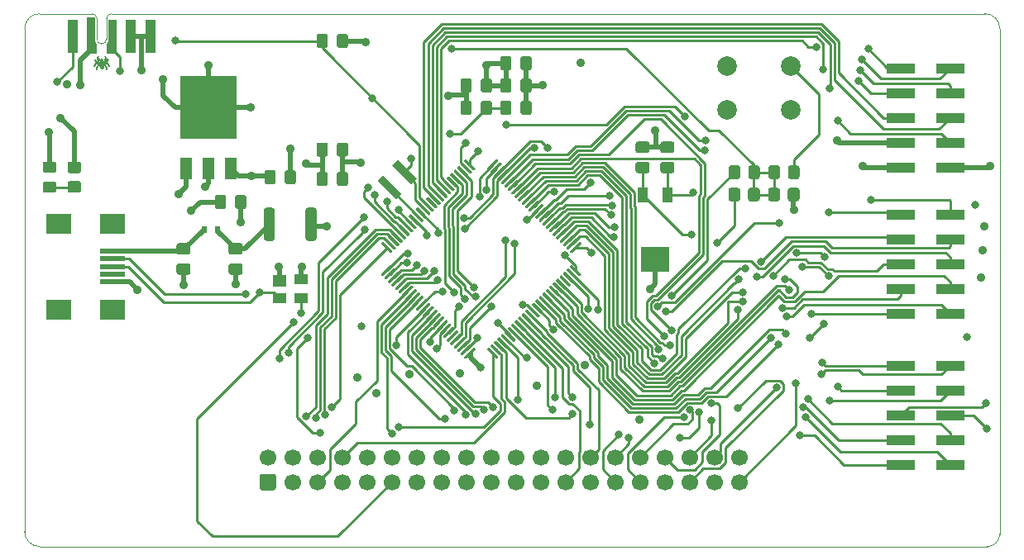
<source format=gtl>
%TF.GenerationSoftware,KiCad,Pcbnew,5.1.8*%
%TF.CreationDate,2020-12-10T16:40:19-06:00*%
%TF.ProjectId,e54-GFX-Development-Board,6535342d-4746-4582-9d44-6576656c6f70,rev?*%
%TF.SameCoordinates,Original*%
%TF.FileFunction,Copper,L1,Top*%
%TF.FilePolarity,Positive*%
%FSLAX46Y46*%
G04 Gerber Fmt 4.6, Leading zero omitted, Abs format (unit mm)*
G04 Created by KiCad (PCBNEW 5.1.8) date 2020-12-10 16:40:19*
%MOMM*%
%LPD*%
G01*
G04 APERTURE LIST*
%TA.AperFunction,Profile*%
%ADD10C,0.050000*%
%TD*%
%TA.AperFunction,EtchedComponent*%
%ADD11C,0.320000*%
%TD*%
%TA.AperFunction,EtchedComponent*%
%ADD12C,0.150000*%
%TD*%
%TA.AperFunction,EtchedComponent*%
%ADD13C,0.001000*%
%TD*%
%TA.AperFunction,EtchedComponent*%
%ADD14C,0.300000*%
%TD*%
%TA.AperFunction,EtchedComponent*%
%ADD15C,0.050000*%
%TD*%
%TA.AperFunction,EtchedComponent*%
%ADD16C,0.460000*%
%TD*%
%TA.AperFunction,SMDPad,CuDef*%
%ADD17R,5.800000X6.400000*%
%TD*%
%TA.AperFunction,SMDPad,CuDef*%
%ADD18R,1.200000X2.200000*%
%TD*%
%TA.AperFunction,SMDPad,CuDef*%
%ADD19R,1.000000X3.500000*%
%TD*%
%TA.AperFunction,SMDPad,CuDef*%
%ADD20C,0.100000*%
%TD*%
%TA.AperFunction,SMDPad,CuDef*%
%ADD21R,3.000000X1.000000*%
%TD*%
%TA.AperFunction,SMDPad,CuDef*%
%ADD22R,3.000000X2.500000*%
%TD*%
%TA.AperFunction,SMDPad,CuDef*%
%ADD23R,1.000000X1.600000*%
%TD*%
%TA.AperFunction,ComponentPad*%
%ADD24C,2.000000*%
%TD*%
%TA.AperFunction,ComponentPad*%
%ADD25C,1.700000*%
%TD*%
%TA.AperFunction,SMDPad,CuDef*%
%ADD26R,2.500000X0.500000*%
%TD*%
%TA.AperFunction,SMDPad,CuDef*%
%ADD27R,2.500000X2.000000*%
%TD*%
%TA.AperFunction,SMDPad,CuDef*%
%ADD28R,0.600000X0.800000*%
%TD*%
%TA.AperFunction,SMDPad,CuDef*%
%ADD29R,1.400000X1.000000*%
%TD*%
%TA.AperFunction,SMDPad,CuDef*%
%ADD30R,1.400000X1.200000*%
%TD*%
%TA.AperFunction,ViaPad*%
%ADD31C,0.889000*%
%TD*%
%TA.AperFunction,ViaPad*%
%ADD32C,0.800000*%
%TD*%
%TA.AperFunction,Conductor*%
%ADD33C,0.500000*%
%TD*%
%TA.AperFunction,Conductor*%
%ADD34C,0.250000*%
%TD*%
G04 APERTURE END LIST*
D10*
X108378000Y-70358000D02*
X192786000Y-70358000D01*
X96012000Y-70358000D02*
X98378000Y-70358000D01*
X194310000Y-71882000D02*
X194310000Y-123698000D01*
X192786000Y-70358000D02*
G75*
G02*
X194310000Y-71882000I0J-1524000D01*
G01*
X94488000Y-71882000D02*
G75*
G02*
X96012000Y-70358000I1524000J0D01*
G01*
X96012000Y-124968000D02*
G75*
G02*
X94488000Y-123444000I0J1524000D01*
G01*
X194310000Y-123698000D02*
G75*
G02*
X193040000Y-124968000I-1270000J0D01*
G01*
X94488000Y-123444000D02*
X94488000Y-71882000D01*
X193040000Y-124968000D02*
X96012000Y-124968000D01*
D11*
%TO.C,J3*%
X102368000Y-75868000D02*
X102368000Y-75098000D01*
D12*
X102728000Y-74688000D02*
X102798000Y-74888000D01*
X102798000Y-74898000D02*
X102738000Y-75028000D01*
D13*
G36*
X102708000Y-74918000D02*
G01*
X102648000Y-75038000D01*
X102648000Y-75178000D01*
X102778000Y-75118000D01*
X102848000Y-74968000D01*
X102758000Y-74998000D01*
X102708000Y-74918000D01*
G37*
X102708000Y-74918000D02*
X102648000Y-75038000D01*
X102648000Y-75178000D01*
X102778000Y-75118000D01*
X102848000Y-74968000D01*
X102758000Y-74998000D01*
X102708000Y-74918000D01*
D12*
X103028000Y-75078000D02*
X102918000Y-75268000D01*
X102748000Y-75348000D02*
X102908000Y-75278000D01*
X102748000Y-75348000D02*
X102488000Y-75398000D01*
X103108000Y-75718000D02*
X102938000Y-75508000D01*
X102568000Y-75508000D02*
X102938000Y-75508000D01*
X102898000Y-76068000D02*
X102898000Y-75878000D01*
X102618000Y-75548000D02*
X102898000Y-75878000D01*
D14*
X102448000Y-75758000D02*
X102378000Y-75098000D01*
D15*
X101878000Y-70858000D02*
X101878000Y-72958000D01*
X102878000Y-72958000D02*
X102878000Y-70858000D01*
X98378000Y-70358000D02*
X101378000Y-70358000D01*
X103378000Y-70358000D02*
X108378000Y-70358000D01*
D12*
X102008000Y-74688000D02*
X101938000Y-74888000D01*
X101938000Y-74898000D02*
X101998000Y-75028000D01*
D13*
G36*
X102028000Y-74918000D02*
G01*
X102088000Y-75038000D01*
X102088000Y-75178000D01*
X101958000Y-75118000D01*
X101888000Y-74968000D01*
X101978000Y-74998000D01*
X102028000Y-74918000D01*
G37*
X102028000Y-74918000D02*
X102088000Y-75038000D01*
X102088000Y-75178000D01*
X101958000Y-75118000D01*
X101888000Y-74968000D01*
X101978000Y-74998000D01*
X102028000Y-74918000D01*
D12*
X101708000Y-75078000D02*
X101818000Y-75268000D01*
X101988000Y-75348000D02*
X101828000Y-75278000D01*
X101988000Y-75348000D02*
X102248000Y-75398000D01*
X101628000Y-75718000D02*
X101798000Y-75508000D01*
X102168000Y-75508000D02*
X101798000Y-75508000D01*
X101838000Y-76068000D02*
X101838000Y-75878000D01*
X102118000Y-75548000D02*
X101838000Y-75878000D01*
D14*
X102288000Y-75758000D02*
X102358000Y-75098000D01*
D16*
X102368000Y-75818000D02*
X102368000Y-75748000D01*
D15*
X102878000Y-72958000D02*
G75*
G02*
X101878000Y-72958000I-500000J0D01*
G01*
X101378000Y-70358000D02*
G75*
G02*
X101878000Y-70858000I0J-500000D01*
G01*
X102878000Y-70858000D02*
G75*
G02*
X103378000Y-70358000I500000J0D01*
G01*
%TD*%
D17*
%TO.P,U1,2*%
%TO.N,+3V3*%
X113284000Y-79942000D03*
D18*
%TO.P,U1,3*%
%TO.N,+5V*%
X115564000Y-86242000D03*
%TO.P,U1,2*%
%TO.N,+3V3*%
X113284000Y-86242000D03*
%TO.P,U1,1*%
%TO.N,GND*%
X111004000Y-86242000D03*
%TD*%
D19*
%TO.P,J3,7*%
%TO.N,/DBG_TX*%
X99378000Y-72708000D03*
%TO.P,J3,9*%
%TO.N,GND*%
X107378000Y-72708000D03*
%TO.P,J3,5*%
X105378000Y-72708000D03*
%TA.AperFunction,SMDPad,CuDef*%
D20*
%TO.P,J3,2*%
%TO.N,/SWDIO*%
G36*
X103878000Y-74458000D02*
G01*
X102878000Y-74458000D01*
X102878000Y-73448000D01*
X102898000Y-73428000D01*
X102938000Y-73378000D01*
X102978000Y-73318000D01*
X103008000Y-73268000D01*
X103028000Y-73218000D01*
X103048000Y-73158000D01*
X103068000Y-73078000D01*
X103078000Y-72968000D01*
X103078000Y-70958000D01*
X103878000Y-70958000D01*
X103878000Y-74458000D01*
G37*
%TD.AperFunction*%
%TA.AperFunction,SMDPad,CuDef*%
%TO.P,J3,1*%
%TO.N,+3V3*%
G36*
X101678000Y-72968000D02*
G01*
X101688000Y-73078000D01*
X101708000Y-73158000D01*
X101728000Y-73218000D01*
X101748000Y-73268000D01*
X101778000Y-73318000D01*
X101818000Y-73378000D01*
X101858000Y-73428000D01*
X101878000Y-73448000D01*
X101878000Y-74458000D01*
X100878000Y-74458000D01*
X100878000Y-70758000D01*
X101678000Y-70758000D01*
X101678000Y-72968000D01*
G37*
%TD.AperFunction*%
%TD*%
D21*
%TO.P,J8,10*%
%TO.N,+5V*%
X184170000Y-86106000D03*
%TO.P,J8,9*%
%TO.N,+3V3*%
X189210000Y-86106000D03*
%TO.P,J8,8*%
%TO.N,GND*%
X184170000Y-83566000D03*
%TO.P,J8,7*%
%TO.N,/DEV_GPIO_27*%
X189210000Y-83566000D03*
%TO.P,J8,6*%
%TO.N,/DEV_GPIO_26*%
X184170000Y-81026000D03*
%TO.P,J8,5*%
%TO.N,/DEV_GPIO_25*%
X189210000Y-81026000D03*
%TO.P,J8,4*%
%TO.N,/DEV_GPIO_24*%
X184170000Y-78486000D03*
%TO.P,J8,3*%
%TO.N,/DEV_GPIO_23*%
X189210000Y-78486000D03*
%TO.P,J8,2*%
%TO.N,/DEV_GPIO_22*%
X184170000Y-75946000D03*
%TO.P,J8,1*%
%TO.N,/DEV_GPIO_21*%
X189210000Y-75946000D03*
%TD*%
%TO.P,J7,10*%
%TO.N,/DEV_GPIO_20*%
X184170000Y-101092000D03*
%TO.P,J7,9*%
%TO.N,/DEV_GPIO_19*%
X189210000Y-101092000D03*
%TO.P,J7,8*%
%TO.N,/DEV_GPIO_18*%
X184170000Y-98552000D03*
%TO.P,J7,7*%
%TO.N,/DEV_GPIO_17*%
X189210000Y-98552000D03*
%TO.P,J7,6*%
%TO.N,/DEV_GPIO_16*%
X184170000Y-96012000D03*
%TO.P,J7,5*%
%TO.N,/DEV_GPIO_15*%
X189210000Y-96012000D03*
%TO.P,J7,4*%
%TO.N,/DEV_GPIO_14*%
X184170000Y-93472000D03*
%TO.P,J7,3*%
%TO.N,/DEV_GPIO_13*%
X189210000Y-93472000D03*
%TO.P,J7,2*%
%TO.N,/DEV_GPIO_12*%
X184170000Y-90932000D03*
%TO.P,J7,1*%
%TO.N,/DEV_GPIO_11*%
X189210000Y-90932000D03*
%TD*%
%TO.P,J6,10*%
%TO.N,/DEV_GPIO_10*%
X184170000Y-116586000D03*
%TO.P,J6,9*%
%TO.N,/DEV_GPIO_9*%
X189210000Y-116586000D03*
%TO.P,J6,8*%
%TO.N,/DEV_GPIO_8*%
X184170000Y-114046000D03*
%TO.P,J6,7*%
%TO.N,/DEV_GPIO_7*%
X189210000Y-114046000D03*
%TO.P,J6,6*%
%TO.N,/DEV_GPIO_6*%
X184170000Y-111506000D03*
%TO.P,J6,5*%
%TO.N,/DEV_GPIO_5*%
X189210000Y-111506000D03*
%TO.P,J6,4*%
%TO.N,/DEV_GPIO_4*%
X184170000Y-108966000D03*
%TO.P,J6,3*%
%TO.N,/DEV_GPIO_3*%
X189210000Y-108966000D03*
%TO.P,J6,2*%
%TO.N,/DEV_GPIO_2*%
X184170000Y-106426000D03*
%TO.P,J6,1*%
%TO.N,/DEV_GPIO_1*%
X189210000Y-106426000D03*
%TD*%
D22*
%TO.P,Y2,3*%
%TO.N,GND*%
X159004000Y-95506000D03*
D23*
%TO.P,Y2,2*%
%TO.N,/XIN32*%
X160274000Y-88956000D03*
%TO.P,Y2,1*%
%TO.N,/XOUT32*%
X157734000Y-88956000D03*
%TD*%
%TO.P,U2,100*%
%TO.N,/TFT_D3*%
%TA.AperFunction,SMDPad,CuDef*%
G36*
G01*
X131925546Y-94902959D02*
X130988630Y-93966043D01*
G75*
G02*
X130988630Y-93859977I53033J53033D01*
G01*
X131094696Y-93753911D01*
G75*
G02*
X131200762Y-93753911I53033J-53033D01*
G01*
X132137678Y-94690827D01*
G75*
G02*
X132137678Y-94796893I-53033J-53033D01*
G01*
X132031612Y-94902959D01*
G75*
G02*
X131925546Y-94902959I-53033J53033D01*
G01*
G37*
%TD.AperFunction*%
%TO.P,U2,99*%
%TO.N,/TFT_D2*%
%TA.AperFunction,SMDPad,CuDef*%
G36*
G01*
X132279099Y-94549406D02*
X131342183Y-93612490D01*
G75*
G02*
X131342183Y-93506424I53033J53033D01*
G01*
X131448249Y-93400358D01*
G75*
G02*
X131554315Y-93400358I53033J-53033D01*
G01*
X132491231Y-94337274D01*
G75*
G02*
X132491231Y-94443340I-53033J-53033D01*
G01*
X132385165Y-94549406D01*
G75*
G02*
X132279099Y-94549406I-53033J53033D01*
G01*
G37*
%TD.AperFunction*%
%TO.P,U2,98*%
%TO.N,/TFT_D1*%
%TA.AperFunction,SMDPad,CuDef*%
G36*
G01*
X132632652Y-94195852D02*
X131695736Y-93258936D01*
G75*
G02*
X131695736Y-93152870I53033J53033D01*
G01*
X131801802Y-93046804D01*
G75*
G02*
X131907868Y-93046804I53033J-53033D01*
G01*
X132844784Y-93983720D01*
G75*
G02*
X132844784Y-94089786I-53033J-53033D01*
G01*
X132738718Y-94195852D01*
G75*
G02*
X132632652Y-94195852I-53033J53033D01*
G01*
G37*
%TD.AperFunction*%
%TO.P,U2,97*%
%TO.N,/TFT_D0*%
%TA.AperFunction,SMDPad,CuDef*%
G36*
G01*
X132986206Y-93842299D02*
X132049290Y-92905383D01*
G75*
G02*
X132049290Y-92799317I53033J53033D01*
G01*
X132155356Y-92693251D01*
G75*
G02*
X132261422Y-92693251I53033J-53033D01*
G01*
X133198338Y-93630167D01*
G75*
G02*
X133198338Y-93736233I-53033J-53033D01*
G01*
X133092272Y-93842299D01*
G75*
G02*
X132986206Y-93842299I-53033J53033D01*
G01*
G37*
%TD.AperFunction*%
%TO.P,U2,96*%
%TO.N,/DEV_GPIO_27*%
%TA.AperFunction,SMDPad,CuDef*%
G36*
G01*
X133339759Y-93488745D02*
X132402843Y-92551829D01*
G75*
G02*
X132402843Y-92445763I53033J53033D01*
G01*
X132508909Y-92339697D01*
G75*
G02*
X132614975Y-92339697I53033J-53033D01*
G01*
X133551891Y-93276613D01*
G75*
G02*
X133551891Y-93382679I-53033J-53033D01*
G01*
X133445825Y-93488745D01*
G75*
G02*
X133339759Y-93488745I-53033J53033D01*
G01*
G37*
%TD.AperFunction*%
%TO.P,U2,95*%
%TO.N,/SWO*%
%TA.AperFunction,SMDPad,CuDef*%
G36*
G01*
X133693313Y-93135192D02*
X132756397Y-92198276D01*
G75*
G02*
X132756397Y-92092210I53033J53033D01*
G01*
X132862463Y-91986144D01*
G75*
G02*
X132968529Y-91986144I53033J-53033D01*
G01*
X133905445Y-92923060D01*
G75*
G02*
X133905445Y-93029126I-53033J-53033D01*
G01*
X133799379Y-93135192D01*
G75*
G02*
X133693313Y-93135192I-53033J53033D01*
G01*
G37*
%TD.AperFunction*%
%TO.P,U2,94*%
%TO.N,/SWDIO*%
%TA.AperFunction,SMDPad,CuDef*%
G36*
G01*
X134046866Y-92781639D02*
X133109950Y-91844723D01*
G75*
G02*
X133109950Y-91738657I53033J53033D01*
G01*
X133216016Y-91632591D01*
G75*
G02*
X133322082Y-91632591I53033J-53033D01*
G01*
X134258998Y-92569507D01*
G75*
G02*
X134258998Y-92675573I-53033J-53033D01*
G01*
X134152932Y-92781639D01*
G75*
G02*
X134046866Y-92781639I-53033J53033D01*
G01*
G37*
%TD.AperFunction*%
%TO.P,U2,93*%
%TO.N,/SWCLK*%
%TA.AperFunction,SMDPad,CuDef*%
G36*
G01*
X134400419Y-92428085D02*
X133463503Y-91491169D01*
G75*
G02*
X133463503Y-91385103I53033J53033D01*
G01*
X133569569Y-91279037D01*
G75*
G02*
X133675635Y-91279037I53033J-53033D01*
G01*
X134612551Y-92215953D01*
G75*
G02*
X134612551Y-92322019I-53033J-53033D01*
G01*
X134506485Y-92428085D01*
G75*
G02*
X134400419Y-92428085I-53033J53033D01*
G01*
G37*
%TD.AperFunction*%
%TO.P,U2,92*%
%TO.N,+3V3*%
%TA.AperFunction,SMDPad,CuDef*%
G36*
G01*
X134753973Y-92074532D02*
X133817057Y-91137616D01*
G75*
G02*
X133817057Y-91031550I53033J53033D01*
G01*
X133923123Y-90925484D01*
G75*
G02*
X134029189Y-90925484I53033J-53033D01*
G01*
X134966105Y-91862400D01*
G75*
G02*
X134966105Y-91968466I-53033J-53033D01*
G01*
X134860039Y-92074532D01*
G75*
G02*
X134753973Y-92074532I-53033J53033D01*
G01*
G37*
%TD.AperFunction*%
%TO.P,U2,91*%
%TO.N,/VCC_MCU_VSW*%
%TA.AperFunction,SMDPad,CuDef*%
G36*
G01*
X135107526Y-91720978D02*
X134170610Y-90784062D01*
G75*
G02*
X134170610Y-90677996I53033J53033D01*
G01*
X134276676Y-90571930D01*
G75*
G02*
X134382742Y-90571930I53033J-53033D01*
G01*
X135319658Y-91508846D01*
G75*
G02*
X135319658Y-91614912I-53033J-53033D01*
G01*
X135213592Y-91720978D01*
G75*
G02*
X135107526Y-91720978I-53033J53033D01*
G01*
G37*
%TD.AperFunction*%
%TO.P,U2,90*%
%TO.N,GND*%
%TA.AperFunction,SMDPad,CuDef*%
G36*
G01*
X135461080Y-91367425D02*
X134524164Y-90430509D01*
G75*
G02*
X134524164Y-90324443I53033J53033D01*
G01*
X134630230Y-90218377D01*
G75*
G02*
X134736296Y-90218377I53033J-53033D01*
G01*
X135673212Y-91155293D01*
G75*
G02*
X135673212Y-91261359I-53033J-53033D01*
G01*
X135567146Y-91367425D01*
G75*
G02*
X135461080Y-91367425I-53033J53033D01*
G01*
G37*
%TD.AperFunction*%
%TO.P,U2,89*%
%TO.N,/VCC_MCU_VDDCORE*%
%TA.AperFunction,SMDPad,CuDef*%
G36*
G01*
X135814633Y-91013872D02*
X134877717Y-90076956D01*
G75*
G02*
X134877717Y-89970890I53033J53033D01*
G01*
X134983783Y-89864824D01*
G75*
G02*
X135089849Y-89864824I53033J-53033D01*
G01*
X136026765Y-90801740D01*
G75*
G02*
X136026765Y-90907806I-53033J-53033D01*
G01*
X135920699Y-91013872D01*
G75*
G02*
X135814633Y-91013872I-53033J53033D01*
G01*
G37*
%TD.AperFunction*%
%TO.P,U2,88*%
%TO.N,/~RESET*%
%TA.AperFunction,SMDPad,CuDef*%
G36*
G01*
X136168186Y-90660318D02*
X135231270Y-89723402D01*
G75*
G02*
X135231270Y-89617336I53033J53033D01*
G01*
X135337336Y-89511270D01*
G75*
G02*
X135443402Y-89511270I53033J-53033D01*
G01*
X136380318Y-90448186D01*
G75*
G02*
X136380318Y-90554252I-53033J-53033D01*
G01*
X136274252Y-90660318D01*
G75*
G02*
X136168186Y-90660318I-53033J53033D01*
G01*
G37*
%TD.AperFunction*%
%TO.P,U2,87*%
%TO.N,N/C*%
%TA.AperFunction,SMDPad,CuDef*%
G36*
G01*
X136521740Y-90306765D02*
X135584824Y-89369849D01*
G75*
G02*
X135584824Y-89263783I53033J53033D01*
G01*
X135690890Y-89157717D01*
G75*
G02*
X135796956Y-89157717I53033J-53033D01*
G01*
X136733872Y-90094633D01*
G75*
G02*
X136733872Y-90200699I-53033J-53033D01*
G01*
X136627806Y-90306765D01*
G75*
G02*
X136521740Y-90306765I-53033J53033D01*
G01*
G37*
%TD.AperFunction*%
%TO.P,U2,86*%
%TO.N,/DEV_GPIO_26*%
%TA.AperFunction,SMDPad,CuDef*%
G36*
G01*
X136875293Y-89953212D02*
X135938377Y-89016296D01*
G75*
G02*
X135938377Y-88910230I53033J53033D01*
G01*
X136044443Y-88804164D01*
G75*
G02*
X136150509Y-88804164I53033J-53033D01*
G01*
X137087425Y-89741080D01*
G75*
G02*
X137087425Y-89847146I-53033J-53033D01*
G01*
X136981359Y-89953212D01*
G75*
G02*
X136875293Y-89953212I-53033J53033D01*
G01*
G37*
%TD.AperFunction*%
%TO.P,U2,85*%
%TO.N,/DEV_GPIO_25*%
%TA.AperFunction,SMDPad,CuDef*%
G36*
G01*
X137228846Y-89599658D02*
X136291930Y-88662742D01*
G75*
G02*
X136291930Y-88556676I53033J53033D01*
G01*
X136397996Y-88450610D01*
G75*
G02*
X136504062Y-88450610I53033J-53033D01*
G01*
X137440978Y-89387526D01*
G75*
G02*
X137440978Y-89493592I-53033J-53033D01*
G01*
X137334912Y-89599658D01*
G75*
G02*
X137228846Y-89599658I-53033J53033D01*
G01*
G37*
%TD.AperFunction*%
%TO.P,U2,84*%
%TO.N,/DEV_GPIO_24*%
%TA.AperFunction,SMDPad,CuDef*%
G36*
G01*
X137582400Y-89246105D02*
X136645484Y-88309189D01*
G75*
G02*
X136645484Y-88203123I53033J53033D01*
G01*
X136751550Y-88097057D01*
G75*
G02*
X136857616Y-88097057I53033J-53033D01*
G01*
X137794532Y-89033973D01*
G75*
G02*
X137794532Y-89140039I-53033J-53033D01*
G01*
X137688466Y-89246105D01*
G75*
G02*
X137582400Y-89246105I-53033J53033D01*
G01*
G37*
%TD.AperFunction*%
%TO.P,U2,83*%
%TO.N,/DEV_GPIO_23*%
%TA.AperFunction,SMDPad,CuDef*%
G36*
G01*
X137935953Y-88892551D02*
X136999037Y-87955635D01*
G75*
G02*
X136999037Y-87849569I53033J53033D01*
G01*
X137105103Y-87743503D01*
G75*
G02*
X137211169Y-87743503I53033J-53033D01*
G01*
X138148085Y-88680419D01*
G75*
G02*
X138148085Y-88786485I-53033J-53033D01*
G01*
X138042019Y-88892551D01*
G75*
G02*
X137935953Y-88892551I-53033J53033D01*
G01*
G37*
%TD.AperFunction*%
%TO.P,U2,82*%
%TO.N,/DEV_GPIO_22*%
%TA.AperFunction,SMDPad,CuDef*%
G36*
G01*
X138289507Y-88538998D02*
X137352591Y-87602082D01*
G75*
G02*
X137352591Y-87496016I53033J53033D01*
G01*
X137458657Y-87389950D01*
G75*
G02*
X137564723Y-87389950I53033J-53033D01*
G01*
X138501639Y-88326866D01*
G75*
G02*
X138501639Y-88432932I-53033J-53033D01*
G01*
X138395573Y-88538998D01*
G75*
G02*
X138289507Y-88538998I-53033J53033D01*
G01*
G37*
%TD.AperFunction*%
%TO.P,U2,81*%
%TO.N,/TFT_RD*%
%TA.AperFunction,SMDPad,CuDef*%
G36*
G01*
X138643060Y-88185445D02*
X137706144Y-87248529D01*
G75*
G02*
X137706144Y-87142463I53033J53033D01*
G01*
X137812210Y-87036397D01*
G75*
G02*
X137918276Y-87036397I53033J-53033D01*
G01*
X138855192Y-87973313D01*
G75*
G02*
X138855192Y-88079379I-53033J-53033D01*
G01*
X138749126Y-88185445D01*
G75*
G02*
X138643060Y-88185445I-53033J53033D01*
G01*
G37*
%TD.AperFunction*%
%TO.P,U2,80*%
%TO.N,/TFT_WR*%
%TA.AperFunction,SMDPad,CuDef*%
G36*
G01*
X138996613Y-87831891D02*
X138059697Y-86894975D01*
G75*
G02*
X138059697Y-86788909I53033J53033D01*
G01*
X138165763Y-86682843D01*
G75*
G02*
X138271829Y-86682843I53033J-53033D01*
G01*
X139208745Y-87619759D01*
G75*
G02*
X139208745Y-87725825I-53033J-53033D01*
G01*
X139102679Y-87831891D01*
G75*
G02*
X138996613Y-87831891I-53033J53033D01*
G01*
G37*
%TD.AperFunction*%
%TO.P,U2,79*%
%TO.N,/TFT_D23*%
%TA.AperFunction,SMDPad,CuDef*%
G36*
G01*
X139350167Y-87478338D02*
X138413251Y-86541422D01*
G75*
G02*
X138413251Y-86435356I53033J53033D01*
G01*
X138519317Y-86329290D01*
G75*
G02*
X138625383Y-86329290I53033J-53033D01*
G01*
X139562299Y-87266206D01*
G75*
G02*
X139562299Y-87372272I-53033J-53033D01*
G01*
X139456233Y-87478338D01*
G75*
G02*
X139350167Y-87478338I-53033J53033D01*
G01*
G37*
%TD.AperFunction*%
%TO.P,U2,78*%
%TO.N,/TFT_D22*%
%TA.AperFunction,SMDPad,CuDef*%
G36*
G01*
X139703720Y-87124784D02*
X138766804Y-86187868D01*
G75*
G02*
X138766804Y-86081802I53033J53033D01*
G01*
X138872870Y-85975736D01*
G75*
G02*
X138978936Y-85975736I53033J-53033D01*
G01*
X139915852Y-86912652D01*
G75*
G02*
X139915852Y-87018718I-53033J-53033D01*
G01*
X139809786Y-87124784D01*
G75*
G02*
X139703720Y-87124784I-53033J53033D01*
G01*
G37*
%TD.AperFunction*%
%TO.P,U2,77*%
%TO.N,+3V3*%
%TA.AperFunction,SMDPad,CuDef*%
G36*
G01*
X140057274Y-86771231D02*
X139120358Y-85834315D01*
G75*
G02*
X139120358Y-85728249I53033J53033D01*
G01*
X139226424Y-85622183D01*
G75*
G02*
X139332490Y-85622183I53033J-53033D01*
G01*
X140269406Y-86559099D01*
G75*
G02*
X140269406Y-86665165I-53033J-53033D01*
G01*
X140163340Y-86771231D01*
G75*
G02*
X140057274Y-86771231I-53033J53033D01*
G01*
G37*
%TD.AperFunction*%
%TO.P,U2,76*%
%TO.N,GND*%
%TA.AperFunction,SMDPad,CuDef*%
G36*
G01*
X140410827Y-86417678D02*
X139473911Y-85480762D01*
G75*
G02*
X139473911Y-85374696I53033J53033D01*
G01*
X139579977Y-85268630D01*
G75*
G02*
X139686043Y-85268630I53033J-53033D01*
G01*
X140622959Y-86205546D01*
G75*
G02*
X140622959Y-86311612I-53033J-53033D01*
G01*
X140516893Y-86417678D01*
G75*
G02*
X140410827Y-86417678I-53033J53033D01*
G01*
G37*
%TD.AperFunction*%
%TO.P,U2,75*%
%TO.N,/USB_DP*%
%TA.AperFunction,SMDPad,CuDef*%
G36*
G01*
X141931107Y-86417678D02*
X141825041Y-86311612D01*
G75*
G02*
X141825041Y-86205546I53033J53033D01*
G01*
X142761957Y-85268630D01*
G75*
G02*
X142868023Y-85268630I53033J-53033D01*
G01*
X142974089Y-85374696D01*
G75*
G02*
X142974089Y-85480762I-53033J-53033D01*
G01*
X142037173Y-86417678D01*
G75*
G02*
X141931107Y-86417678I-53033J53033D01*
G01*
G37*
%TD.AperFunction*%
%TO.P,U2,74*%
%TO.N,/USB_DM*%
%TA.AperFunction,SMDPad,CuDef*%
G36*
G01*
X142284660Y-86771231D02*
X142178594Y-86665165D01*
G75*
G02*
X142178594Y-86559099I53033J53033D01*
G01*
X143115510Y-85622183D01*
G75*
G02*
X143221576Y-85622183I53033J-53033D01*
G01*
X143327642Y-85728249D01*
G75*
G02*
X143327642Y-85834315I-53033J-53033D01*
G01*
X142390726Y-86771231D01*
G75*
G02*
X142284660Y-86771231I-53033J53033D01*
G01*
G37*
%TD.AperFunction*%
%TO.P,U2,73*%
%TO.N,/I2C_SCL*%
%TA.AperFunction,SMDPad,CuDef*%
G36*
G01*
X142638214Y-87124784D02*
X142532148Y-87018718D01*
G75*
G02*
X142532148Y-86912652I53033J53033D01*
G01*
X143469064Y-85975736D01*
G75*
G02*
X143575130Y-85975736I53033J-53033D01*
G01*
X143681196Y-86081802D01*
G75*
G02*
X143681196Y-86187868I-53033J-53033D01*
G01*
X142744280Y-87124784D01*
G75*
G02*
X142638214Y-87124784I-53033J53033D01*
G01*
G37*
%TD.AperFunction*%
%TO.P,U2,72*%
%TO.N,/I2C_SDA*%
%TA.AperFunction,SMDPad,CuDef*%
G36*
G01*
X142991767Y-87478338D02*
X142885701Y-87372272D01*
G75*
G02*
X142885701Y-87266206I53033J53033D01*
G01*
X143822617Y-86329290D01*
G75*
G02*
X143928683Y-86329290I53033J-53033D01*
G01*
X144034749Y-86435356D01*
G75*
G02*
X144034749Y-86541422I-53033J-53033D01*
G01*
X143097833Y-87478338D01*
G75*
G02*
X142991767Y-87478338I-53033J53033D01*
G01*
G37*
%TD.AperFunction*%
%TO.P,U2,71*%
%TO.N,/DEV_GPIO_6*%
%TA.AperFunction,SMDPad,CuDef*%
G36*
G01*
X143345321Y-87831891D02*
X143239255Y-87725825D01*
G75*
G02*
X143239255Y-87619759I53033J53033D01*
G01*
X144176171Y-86682843D01*
G75*
G02*
X144282237Y-86682843I53033J-53033D01*
G01*
X144388303Y-86788909D01*
G75*
G02*
X144388303Y-86894975I-53033J-53033D01*
G01*
X143451387Y-87831891D01*
G75*
G02*
X143345321Y-87831891I-53033J53033D01*
G01*
G37*
%TD.AperFunction*%
%TO.P,U2,70*%
%TO.N,/DEV_GPIO_5*%
%TA.AperFunction,SMDPad,CuDef*%
G36*
G01*
X143698874Y-88185445D02*
X143592808Y-88079379D01*
G75*
G02*
X143592808Y-87973313I53033J53033D01*
G01*
X144529724Y-87036397D01*
G75*
G02*
X144635790Y-87036397I53033J-53033D01*
G01*
X144741856Y-87142463D01*
G75*
G02*
X144741856Y-87248529I-53033J-53033D01*
G01*
X143804940Y-88185445D01*
G75*
G02*
X143698874Y-88185445I-53033J53033D01*
G01*
G37*
%TD.AperFunction*%
%TO.P,U2,69*%
%TO.N,/TFT_D21*%
%TA.AperFunction,SMDPad,CuDef*%
G36*
G01*
X144052427Y-88538998D02*
X143946361Y-88432932D01*
G75*
G02*
X143946361Y-88326866I53033J53033D01*
G01*
X144883277Y-87389950D01*
G75*
G02*
X144989343Y-87389950I53033J-53033D01*
G01*
X145095409Y-87496016D01*
G75*
G02*
X145095409Y-87602082I-53033J-53033D01*
G01*
X144158493Y-88538998D01*
G75*
G02*
X144052427Y-88538998I-53033J53033D01*
G01*
G37*
%TD.AperFunction*%
%TO.P,U2,68*%
%TO.N,/TFT_D20*%
%TA.AperFunction,SMDPad,CuDef*%
G36*
G01*
X144405981Y-88892551D02*
X144299915Y-88786485D01*
G75*
G02*
X144299915Y-88680419I53033J53033D01*
G01*
X145236831Y-87743503D01*
G75*
G02*
X145342897Y-87743503I53033J-53033D01*
G01*
X145448963Y-87849569D01*
G75*
G02*
X145448963Y-87955635I-53033J-53033D01*
G01*
X144512047Y-88892551D01*
G75*
G02*
X144405981Y-88892551I-53033J53033D01*
G01*
G37*
%TD.AperFunction*%
%TO.P,U2,67*%
%TO.N,/TFT_D19*%
%TA.AperFunction,SMDPad,CuDef*%
G36*
G01*
X144759534Y-89246105D02*
X144653468Y-89140039D01*
G75*
G02*
X144653468Y-89033973I53033J53033D01*
G01*
X145590384Y-88097057D01*
G75*
G02*
X145696450Y-88097057I53033J-53033D01*
G01*
X145802516Y-88203123D01*
G75*
G02*
X145802516Y-88309189I-53033J-53033D01*
G01*
X144865600Y-89246105D01*
G75*
G02*
X144759534Y-89246105I-53033J53033D01*
G01*
G37*
%TD.AperFunction*%
%TO.P,U2,66*%
%TO.N,/TFT_D18*%
%TA.AperFunction,SMDPad,CuDef*%
G36*
G01*
X145113088Y-89599658D02*
X145007022Y-89493592D01*
G75*
G02*
X145007022Y-89387526I53033J53033D01*
G01*
X145943938Y-88450610D01*
G75*
G02*
X146050004Y-88450610I53033J-53033D01*
G01*
X146156070Y-88556676D01*
G75*
G02*
X146156070Y-88662742I-53033J-53033D01*
G01*
X145219154Y-89599658D01*
G75*
G02*
X145113088Y-89599658I-53033J53033D01*
G01*
G37*
%TD.AperFunction*%
%TO.P,U2,65*%
%TO.N,/TFT_D17*%
%TA.AperFunction,SMDPad,CuDef*%
G36*
G01*
X145466641Y-89953212D02*
X145360575Y-89847146D01*
G75*
G02*
X145360575Y-89741080I53033J53033D01*
G01*
X146297491Y-88804164D01*
G75*
G02*
X146403557Y-88804164I53033J-53033D01*
G01*
X146509623Y-88910230D01*
G75*
G02*
X146509623Y-89016296I-53033J-53033D01*
G01*
X145572707Y-89953212D01*
G75*
G02*
X145466641Y-89953212I-53033J53033D01*
G01*
G37*
%TD.AperFunction*%
%TO.P,U2,64*%
%TO.N,/TFT_D16*%
%TA.AperFunction,SMDPad,CuDef*%
G36*
G01*
X145820194Y-90306765D02*
X145714128Y-90200699D01*
G75*
G02*
X145714128Y-90094633I53033J53033D01*
G01*
X146651044Y-89157717D01*
G75*
G02*
X146757110Y-89157717I53033J-53033D01*
G01*
X146863176Y-89263783D01*
G75*
G02*
X146863176Y-89369849I-53033J-53033D01*
G01*
X145926260Y-90306765D01*
G75*
G02*
X145820194Y-90306765I-53033J53033D01*
G01*
G37*
%TD.AperFunction*%
%TO.P,U2,63*%
%TO.N,+3V3*%
%TA.AperFunction,SMDPad,CuDef*%
G36*
G01*
X146173748Y-90660318D02*
X146067682Y-90554252D01*
G75*
G02*
X146067682Y-90448186I53033J53033D01*
G01*
X147004598Y-89511270D01*
G75*
G02*
X147110664Y-89511270I53033J-53033D01*
G01*
X147216730Y-89617336D01*
G75*
G02*
X147216730Y-89723402I-53033J-53033D01*
G01*
X146279814Y-90660318D01*
G75*
G02*
X146173748Y-90660318I-53033J53033D01*
G01*
G37*
%TD.AperFunction*%
%TO.P,U2,62*%
%TO.N,GND*%
%TA.AperFunction,SMDPad,CuDef*%
G36*
G01*
X146527301Y-91013872D02*
X146421235Y-90907806D01*
G75*
G02*
X146421235Y-90801740I53033J53033D01*
G01*
X147358151Y-89864824D01*
G75*
G02*
X147464217Y-89864824I53033J-53033D01*
G01*
X147570283Y-89970890D01*
G75*
G02*
X147570283Y-90076956I-53033J-53033D01*
G01*
X146633367Y-91013872D01*
G75*
G02*
X146527301Y-91013872I-53033J53033D01*
G01*
G37*
%TD.AperFunction*%
%TO.P,U2,61*%
%TO.N,/DEV_GPIO_21*%
%TA.AperFunction,SMDPad,CuDef*%
G36*
G01*
X146880854Y-91367425D02*
X146774788Y-91261359D01*
G75*
G02*
X146774788Y-91155293I53033J53033D01*
G01*
X147711704Y-90218377D01*
G75*
G02*
X147817770Y-90218377I53033J-53033D01*
G01*
X147923836Y-90324443D01*
G75*
G02*
X147923836Y-90430509I-53033J-53033D01*
G01*
X146986920Y-91367425D01*
G75*
G02*
X146880854Y-91367425I-53033J53033D01*
G01*
G37*
%TD.AperFunction*%
%TO.P,U2,60*%
%TO.N,/DEV_GPIO_20*%
%TA.AperFunction,SMDPad,CuDef*%
G36*
G01*
X147234408Y-91720978D02*
X147128342Y-91614912D01*
G75*
G02*
X147128342Y-91508846I53033J53033D01*
G01*
X148065258Y-90571930D01*
G75*
G02*
X148171324Y-90571930I53033J-53033D01*
G01*
X148277390Y-90677996D01*
G75*
G02*
X148277390Y-90784062I-53033J-53033D01*
G01*
X147340474Y-91720978D01*
G75*
G02*
X147234408Y-91720978I-53033J53033D01*
G01*
G37*
%TD.AperFunction*%
%TO.P,U2,59*%
%TO.N,/~SD_CS*%
%TA.AperFunction,SMDPad,CuDef*%
G36*
G01*
X147587961Y-92074532D02*
X147481895Y-91968466D01*
G75*
G02*
X147481895Y-91862400I53033J53033D01*
G01*
X148418811Y-90925484D01*
G75*
G02*
X148524877Y-90925484I53033J-53033D01*
G01*
X148630943Y-91031550D01*
G75*
G02*
X148630943Y-91137616I-53033J-53033D01*
G01*
X147694027Y-92074532D01*
G75*
G02*
X147587961Y-92074532I-53033J53033D01*
G01*
G37*
%TD.AperFunction*%
%TO.P,U2,58*%
%TO.N,/SD_MISO*%
%TA.AperFunction,SMDPad,CuDef*%
G36*
G01*
X147941515Y-92428085D02*
X147835449Y-92322019D01*
G75*
G02*
X147835449Y-92215953I53033J53033D01*
G01*
X148772365Y-91279037D01*
G75*
G02*
X148878431Y-91279037I53033J-53033D01*
G01*
X148984497Y-91385103D01*
G75*
G02*
X148984497Y-91491169I-53033J-53033D01*
G01*
X148047581Y-92428085D01*
G75*
G02*
X147941515Y-92428085I-53033J53033D01*
G01*
G37*
%TD.AperFunction*%
%TO.P,U2,57*%
%TO.N,/SD_SCK*%
%TA.AperFunction,SMDPad,CuDef*%
G36*
G01*
X148295068Y-92781639D02*
X148189002Y-92675573D01*
G75*
G02*
X148189002Y-92569507I53033J53033D01*
G01*
X149125918Y-91632591D01*
G75*
G02*
X149231984Y-91632591I53033J-53033D01*
G01*
X149338050Y-91738657D01*
G75*
G02*
X149338050Y-91844723I-53033J-53033D01*
G01*
X148401134Y-92781639D01*
G75*
G02*
X148295068Y-92781639I-53033J53033D01*
G01*
G37*
%TD.AperFunction*%
%TO.P,U2,56*%
%TO.N,/SD_MOSI*%
%TA.AperFunction,SMDPad,CuDef*%
G36*
G01*
X148648621Y-93135192D02*
X148542555Y-93029126D01*
G75*
G02*
X148542555Y-92923060I53033J53033D01*
G01*
X149479471Y-91986144D01*
G75*
G02*
X149585537Y-91986144I53033J-53033D01*
G01*
X149691603Y-92092210D01*
G75*
G02*
X149691603Y-92198276I-53033J-53033D01*
G01*
X148754687Y-93135192D01*
G75*
G02*
X148648621Y-93135192I-53033J53033D01*
G01*
G37*
%TD.AperFunction*%
%TO.P,U2,55*%
%TO.N,/DEV_GPIO_4*%
%TA.AperFunction,SMDPad,CuDef*%
G36*
G01*
X149002175Y-93488745D02*
X148896109Y-93382679D01*
G75*
G02*
X148896109Y-93276613I53033J53033D01*
G01*
X149833025Y-92339697D01*
G75*
G02*
X149939091Y-92339697I53033J-53033D01*
G01*
X150045157Y-92445763D01*
G75*
G02*
X150045157Y-92551829I-53033J-53033D01*
G01*
X149108241Y-93488745D01*
G75*
G02*
X149002175Y-93488745I-53033J53033D01*
G01*
G37*
%TD.AperFunction*%
%TO.P,U2,54*%
%TO.N,/DEV_GPIO_3*%
%TA.AperFunction,SMDPad,CuDef*%
G36*
G01*
X149355728Y-93842299D02*
X149249662Y-93736233D01*
G75*
G02*
X149249662Y-93630167I53033J53033D01*
G01*
X150186578Y-92693251D01*
G75*
G02*
X150292644Y-92693251I53033J-53033D01*
G01*
X150398710Y-92799317D01*
G75*
G02*
X150398710Y-92905383I-53033J-53033D01*
G01*
X149461794Y-93842299D01*
G75*
G02*
X149355728Y-93842299I-53033J53033D01*
G01*
G37*
%TD.AperFunction*%
%TO.P,U2,53*%
%TO.N,/DEV_GPIO_2*%
%TA.AperFunction,SMDPad,CuDef*%
G36*
G01*
X149709282Y-94195852D02*
X149603216Y-94089786D01*
G75*
G02*
X149603216Y-93983720I53033J53033D01*
G01*
X150540132Y-93046804D01*
G75*
G02*
X150646198Y-93046804I53033J-53033D01*
G01*
X150752264Y-93152870D01*
G75*
G02*
X150752264Y-93258936I-53033J-53033D01*
G01*
X149815348Y-94195852D01*
G75*
G02*
X149709282Y-94195852I-53033J53033D01*
G01*
G37*
%TD.AperFunction*%
%TO.P,U2,52*%
%TO.N,/DEV_GPIO_1*%
%TA.AperFunction,SMDPad,CuDef*%
G36*
G01*
X150062835Y-94549406D02*
X149956769Y-94443340D01*
G75*
G02*
X149956769Y-94337274I53033J53033D01*
G01*
X150893685Y-93400358D01*
G75*
G02*
X150999751Y-93400358I53033J-53033D01*
G01*
X151105817Y-93506424D01*
G75*
G02*
X151105817Y-93612490I-53033J-53033D01*
G01*
X150168901Y-94549406D01*
G75*
G02*
X150062835Y-94549406I-53033J53033D01*
G01*
G37*
%TD.AperFunction*%
%TO.P,U2,51*%
%TO.N,+3V3*%
%TA.AperFunction,SMDPad,CuDef*%
G36*
G01*
X150416388Y-94902959D02*
X150310322Y-94796893D01*
G75*
G02*
X150310322Y-94690827I53033J53033D01*
G01*
X151247238Y-93753911D01*
G75*
G02*
X151353304Y-93753911I53033J-53033D01*
G01*
X151459370Y-93859977D01*
G75*
G02*
X151459370Y-93966043I-53033J-53033D01*
G01*
X150522454Y-94902959D01*
G75*
G02*
X150416388Y-94902959I-53033J53033D01*
G01*
G37*
%TD.AperFunction*%
%TO.P,U2,50*%
%TO.N,GND*%
%TA.AperFunction,SMDPad,CuDef*%
G36*
G01*
X151247238Y-97254089D02*
X150310322Y-96317173D01*
G75*
G02*
X150310322Y-96211107I53033J53033D01*
G01*
X150416388Y-96105041D01*
G75*
G02*
X150522454Y-96105041I53033J-53033D01*
G01*
X151459370Y-97041957D01*
G75*
G02*
X151459370Y-97148023I-53033J-53033D01*
G01*
X151353304Y-97254089D01*
G75*
G02*
X151247238Y-97254089I-53033J53033D01*
G01*
G37*
%TD.AperFunction*%
%TO.P,U2,49*%
%TO.N,/XOUT0*%
%TA.AperFunction,SMDPad,CuDef*%
G36*
G01*
X150893685Y-97607642D02*
X149956769Y-96670726D01*
G75*
G02*
X149956769Y-96564660I53033J53033D01*
G01*
X150062835Y-96458594D01*
G75*
G02*
X150168901Y-96458594I53033J-53033D01*
G01*
X151105817Y-97395510D01*
G75*
G02*
X151105817Y-97501576I-53033J-53033D01*
G01*
X150999751Y-97607642D01*
G75*
G02*
X150893685Y-97607642I-53033J53033D01*
G01*
G37*
%TD.AperFunction*%
%TO.P,U2,48*%
%TO.N,/XIN0*%
%TA.AperFunction,SMDPad,CuDef*%
G36*
G01*
X150540132Y-97961196D02*
X149603216Y-97024280D01*
G75*
G02*
X149603216Y-96918214I53033J53033D01*
G01*
X149709282Y-96812148D01*
G75*
G02*
X149815348Y-96812148I53033J-53033D01*
G01*
X150752264Y-97749064D01*
G75*
G02*
X150752264Y-97855130I-53033J-53033D01*
G01*
X150646198Y-97961196D01*
G75*
G02*
X150540132Y-97961196I-53033J53033D01*
G01*
G37*
%TD.AperFunction*%
%TO.P,U2,47*%
%TO.N,N/C*%
%TA.AperFunction,SMDPad,CuDef*%
G36*
G01*
X150186578Y-98314749D02*
X149249662Y-97377833D01*
G75*
G02*
X149249662Y-97271767I53033J53033D01*
G01*
X149355728Y-97165701D01*
G75*
G02*
X149461794Y-97165701I53033J-53033D01*
G01*
X150398710Y-98102617D01*
G75*
G02*
X150398710Y-98208683I-53033J-53033D01*
G01*
X150292644Y-98314749D01*
G75*
G02*
X150186578Y-98314749I-53033J53033D01*
G01*
G37*
%TD.AperFunction*%
%TO.P,U2,46*%
%TO.N,/TFT_WAKE*%
%TA.AperFunction,SMDPad,CuDef*%
G36*
G01*
X149833025Y-98668303D02*
X148896109Y-97731387D01*
G75*
G02*
X148896109Y-97625321I53033J53033D01*
G01*
X149002175Y-97519255D01*
G75*
G02*
X149108241Y-97519255I53033J-53033D01*
G01*
X150045157Y-98456171D01*
G75*
G02*
X150045157Y-98562237I-53033J-53033D01*
G01*
X149939091Y-98668303D01*
G75*
G02*
X149833025Y-98668303I-53033J53033D01*
G01*
G37*
%TD.AperFunction*%
%TO.P,U2,45*%
%TO.N,/DEV_GPIO_19*%
%TA.AperFunction,SMDPad,CuDef*%
G36*
G01*
X149479471Y-99021856D02*
X148542555Y-98084940D01*
G75*
G02*
X148542555Y-97978874I53033J53033D01*
G01*
X148648621Y-97872808D01*
G75*
G02*
X148754687Y-97872808I53033J-53033D01*
G01*
X149691603Y-98809724D01*
G75*
G02*
X149691603Y-98915790I-53033J-53033D01*
G01*
X149585537Y-99021856D01*
G75*
G02*
X149479471Y-99021856I-53033J53033D01*
G01*
G37*
%TD.AperFunction*%
%TO.P,U2,44*%
%TO.N,/DEV_GPIO_18*%
%TA.AperFunction,SMDPad,CuDef*%
G36*
G01*
X149125918Y-99375409D02*
X148189002Y-98438493D01*
G75*
G02*
X148189002Y-98332427I53033J53033D01*
G01*
X148295068Y-98226361D01*
G75*
G02*
X148401134Y-98226361I53033J-53033D01*
G01*
X149338050Y-99163277D01*
G75*
G02*
X149338050Y-99269343I-53033J-53033D01*
G01*
X149231984Y-99375409D01*
G75*
G02*
X149125918Y-99375409I-53033J53033D01*
G01*
G37*
%TD.AperFunction*%
%TO.P,U2,43*%
%TO.N,/DEV_GPIO_17*%
%TA.AperFunction,SMDPad,CuDef*%
G36*
G01*
X148772365Y-99728963D02*
X147835449Y-98792047D01*
G75*
G02*
X147835449Y-98685981I53033J53033D01*
G01*
X147941515Y-98579915D01*
G75*
G02*
X148047581Y-98579915I53033J-53033D01*
G01*
X148984497Y-99516831D01*
G75*
G02*
X148984497Y-99622897I-53033J-53033D01*
G01*
X148878431Y-99728963D01*
G75*
G02*
X148772365Y-99728963I-53033J53033D01*
G01*
G37*
%TD.AperFunction*%
%TO.P,U2,42*%
%TO.N,/DEV_GPIO_16*%
%TA.AperFunction,SMDPad,CuDef*%
G36*
G01*
X148418811Y-100082516D02*
X147481895Y-99145600D01*
G75*
G02*
X147481895Y-99039534I53033J53033D01*
G01*
X147587961Y-98933468D01*
G75*
G02*
X147694027Y-98933468I53033J-53033D01*
G01*
X148630943Y-99870384D01*
G75*
G02*
X148630943Y-99976450I-53033J-53033D01*
G01*
X148524877Y-100082516D01*
G75*
G02*
X148418811Y-100082516I-53033J53033D01*
G01*
G37*
%TD.AperFunction*%
%TO.P,U2,41*%
%TO.N,/DEV_GPIO_15*%
%TA.AperFunction,SMDPad,CuDef*%
G36*
G01*
X148065258Y-100436070D02*
X147128342Y-99499154D01*
G75*
G02*
X147128342Y-99393088I53033J53033D01*
G01*
X147234408Y-99287022D01*
G75*
G02*
X147340474Y-99287022I53033J-53033D01*
G01*
X148277390Y-100223938D01*
G75*
G02*
X148277390Y-100330004I-53033J-53033D01*
G01*
X148171324Y-100436070D01*
G75*
G02*
X148065258Y-100436070I-53033J53033D01*
G01*
G37*
%TD.AperFunction*%
%TO.P,U2,40*%
%TO.N,/DEV_GPIO_14*%
%TA.AperFunction,SMDPad,CuDef*%
G36*
G01*
X147711704Y-100789623D02*
X146774788Y-99852707D01*
G75*
G02*
X146774788Y-99746641I53033J53033D01*
G01*
X146880854Y-99640575D01*
G75*
G02*
X146986920Y-99640575I53033J-53033D01*
G01*
X147923836Y-100577491D01*
G75*
G02*
X147923836Y-100683557I-53033J-53033D01*
G01*
X147817770Y-100789623D01*
G75*
G02*
X147711704Y-100789623I-53033J53033D01*
G01*
G37*
%TD.AperFunction*%
%TO.P,U2,39*%
%TO.N,+3V3*%
%TA.AperFunction,SMDPad,CuDef*%
G36*
G01*
X147358151Y-101143176D02*
X146421235Y-100206260D01*
G75*
G02*
X146421235Y-100100194I53033J53033D01*
G01*
X146527301Y-99994128D01*
G75*
G02*
X146633367Y-99994128I53033J-53033D01*
G01*
X147570283Y-100931044D01*
G75*
G02*
X147570283Y-101037110I-53033J-53033D01*
G01*
X147464217Y-101143176D01*
G75*
G02*
X147358151Y-101143176I-53033J53033D01*
G01*
G37*
%TD.AperFunction*%
%TO.P,U2,38*%
%TO.N,GND*%
%TA.AperFunction,SMDPad,CuDef*%
G36*
G01*
X147004598Y-101496730D02*
X146067682Y-100559814D01*
G75*
G02*
X146067682Y-100453748I53033J53033D01*
G01*
X146173748Y-100347682D01*
G75*
G02*
X146279814Y-100347682I53033J-53033D01*
G01*
X147216730Y-101284598D01*
G75*
G02*
X147216730Y-101390664I-53033J-53033D01*
G01*
X147110664Y-101496730D01*
G75*
G02*
X147004598Y-101496730I-53033J53033D01*
G01*
G37*
%TD.AperFunction*%
%TO.P,U2,37*%
%TO.N,/TFT_D15*%
%TA.AperFunction,SMDPad,CuDef*%
G36*
G01*
X146651044Y-101850283D02*
X145714128Y-100913367D01*
G75*
G02*
X145714128Y-100807301I53033J53033D01*
G01*
X145820194Y-100701235D01*
G75*
G02*
X145926260Y-100701235I53033J-53033D01*
G01*
X146863176Y-101638151D01*
G75*
G02*
X146863176Y-101744217I-53033J-53033D01*
G01*
X146757110Y-101850283D01*
G75*
G02*
X146651044Y-101850283I-53033J53033D01*
G01*
G37*
%TD.AperFunction*%
%TO.P,U2,36*%
%TO.N,/TFT_D14*%
%TA.AperFunction,SMDPad,CuDef*%
G36*
G01*
X146297491Y-102203836D02*
X145360575Y-101266920D01*
G75*
G02*
X145360575Y-101160854I53033J53033D01*
G01*
X145466641Y-101054788D01*
G75*
G02*
X145572707Y-101054788I53033J-53033D01*
G01*
X146509623Y-101991704D01*
G75*
G02*
X146509623Y-102097770I-53033J-53033D01*
G01*
X146403557Y-102203836D01*
G75*
G02*
X146297491Y-102203836I-53033J53033D01*
G01*
G37*
%TD.AperFunction*%
%TO.P,U2,35*%
%TO.N,/TFT_D13*%
%TA.AperFunction,SMDPad,CuDef*%
G36*
G01*
X145943938Y-102557390D02*
X145007022Y-101620474D01*
G75*
G02*
X145007022Y-101514408I53033J53033D01*
G01*
X145113088Y-101408342D01*
G75*
G02*
X145219154Y-101408342I53033J-53033D01*
G01*
X146156070Y-102345258D01*
G75*
G02*
X146156070Y-102451324I-53033J-53033D01*
G01*
X146050004Y-102557390D01*
G75*
G02*
X145943938Y-102557390I-53033J53033D01*
G01*
G37*
%TD.AperFunction*%
%TO.P,U2,34*%
%TO.N,/TFT_D12*%
%TA.AperFunction,SMDPad,CuDef*%
G36*
G01*
X145590384Y-102910943D02*
X144653468Y-101974027D01*
G75*
G02*
X144653468Y-101867961I53033J53033D01*
G01*
X144759534Y-101761895D01*
G75*
G02*
X144865600Y-101761895I53033J-53033D01*
G01*
X145802516Y-102698811D01*
G75*
G02*
X145802516Y-102804877I-53033J-53033D01*
G01*
X145696450Y-102910943D01*
G75*
G02*
X145590384Y-102910943I-53033J53033D01*
G01*
G37*
%TD.AperFunction*%
%TO.P,U2,33*%
%TO.N,/TFT_D11*%
%TA.AperFunction,SMDPad,CuDef*%
G36*
G01*
X145236831Y-103264497D02*
X144299915Y-102327581D01*
G75*
G02*
X144299915Y-102221515I53033J53033D01*
G01*
X144405981Y-102115449D01*
G75*
G02*
X144512047Y-102115449I53033J-53033D01*
G01*
X145448963Y-103052365D01*
G75*
G02*
X145448963Y-103158431I-53033J-53033D01*
G01*
X145342897Y-103264497D01*
G75*
G02*
X145236831Y-103264497I-53033J53033D01*
G01*
G37*
%TD.AperFunction*%
%TO.P,U2,32*%
%TO.N,/TFT_D10*%
%TA.AperFunction,SMDPad,CuDef*%
G36*
G01*
X144883277Y-103618050D02*
X143946361Y-102681134D01*
G75*
G02*
X143946361Y-102575068I53033J53033D01*
G01*
X144052427Y-102469002D01*
G75*
G02*
X144158493Y-102469002I53033J-53033D01*
G01*
X145095409Y-103405918D01*
G75*
G02*
X145095409Y-103511984I-53033J-53033D01*
G01*
X144989343Y-103618050D01*
G75*
G02*
X144883277Y-103618050I-53033J53033D01*
G01*
G37*
%TD.AperFunction*%
%TO.P,U2,31*%
%TO.N,GND*%
%TA.AperFunction,SMDPad,CuDef*%
G36*
G01*
X144529724Y-103971603D02*
X143592808Y-103034687D01*
G75*
G02*
X143592808Y-102928621I53033J53033D01*
G01*
X143698874Y-102822555D01*
G75*
G02*
X143804940Y-102822555I53033J-53033D01*
G01*
X144741856Y-103759471D01*
G75*
G02*
X144741856Y-103865537I-53033J-53033D01*
G01*
X144635790Y-103971603D01*
G75*
G02*
X144529724Y-103971603I-53033J53033D01*
G01*
G37*
%TD.AperFunction*%
%TO.P,U2,30*%
%TO.N,+3V3*%
%TA.AperFunction,SMDPad,CuDef*%
G36*
G01*
X144176171Y-104325157D02*
X143239255Y-103388241D01*
G75*
G02*
X143239255Y-103282175I53033J53033D01*
G01*
X143345321Y-103176109D01*
G75*
G02*
X143451387Y-103176109I53033J-53033D01*
G01*
X144388303Y-104113025D01*
G75*
G02*
X144388303Y-104219091I-53033J-53033D01*
G01*
X144282237Y-104325157D01*
G75*
G02*
X144176171Y-104325157I-53033J53033D01*
G01*
G37*
%TD.AperFunction*%
%TO.P,U2,29*%
%TO.N,/TFT_GPIO*%
%TA.AperFunction,SMDPad,CuDef*%
G36*
G01*
X143822617Y-104678710D02*
X142885701Y-103741794D01*
G75*
G02*
X142885701Y-103635728I53033J53033D01*
G01*
X142991767Y-103529662D01*
G75*
G02*
X143097833Y-103529662I53033J-53033D01*
G01*
X144034749Y-104466578D01*
G75*
G02*
X144034749Y-104572644I-53033J-53033D01*
G01*
X143928683Y-104678710D01*
G75*
G02*
X143822617Y-104678710I-53033J53033D01*
G01*
G37*
%TD.AperFunction*%
%TO.P,U2,28*%
%TO.N,/TFT_STANDBY*%
%TA.AperFunction,SMDPad,CuDef*%
G36*
G01*
X143469064Y-105032264D02*
X142532148Y-104095348D01*
G75*
G02*
X142532148Y-103989282I53033J53033D01*
G01*
X142638214Y-103883216D01*
G75*
G02*
X142744280Y-103883216I53033J-53033D01*
G01*
X143681196Y-104820132D01*
G75*
G02*
X143681196Y-104926198I-53033J-53033D01*
G01*
X143575130Y-105032264D01*
G75*
G02*
X143469064Y-105032264I-53033J53033D01*
G01*
G37*
%TD.AperFunction*%
%TO.P,U2,27*%
%TO.N,/TFT_DC*%
%TA.AperFunction,SMDPad,CuDef*%
G36*
G01*
X143115510Y-105385817D02*
X142178594Y-104448901D01*
G75*
G02*
X142178594Y-104342835I53033J53033D01*
G01*
X142284660Y-104236769D01*
G75*
G02*
X142390726Y-104236769I53033J-53033D01*
G01*
X143327642Y-105173685D01*
G75*
G02*
X143327642Y-105279751I-53033J-53033D01*
G01*
X143221576Y-105385817D01*
G75*
G02*
X143115510Y-105385817I-53033J53033D01*
G01*
G37*
%TD.AperFunction*%
%TO.P,U2,26*%
%TO.N,/~TFT_CS*%
%TA.AperFunction,SMDPad,CuDef*%
G36*
G01*
X142761957Y-105739370D02*
X141825041Y-104802454D01*
G75*
G02*
X141825041Y-104696388I53033J53033D01*
G01*
X141931107Y-104590322D01*
G75*
G02*
X142037173Y-104590322I53033J-53033D01*
G01*
X142974089Y-105527238D01*
G75*
G02*
X142974089Y-105633304I-53033J-53033D01*
G01*
X142868023Y-105739370D01*
G75*
G02*
X142761957Y-105739370I-53033J53033D01*
G01*
G37*
%TD.AperFunction*%
%TO.P,U2,25*%
%TO.N,+3V3*%
%TA.AperFunction,SMDPad,CuDef*%
G36*
G01*
X139579977Y-105739370D02*
X139473911Y-105633304D01*
G75*
G02*
X139473911Y-105527238I53033J53033D01*
G01*
X140410827Y-104590322D01*
G75*
G02*
X140516893Y-104590322I53033J-53033D01*
G01*
X140622959Y-104696388D01*
G75*
G02*
X140622959Y-104802454I-53033J-53033D01*
G01*
X139686043Y-105739370D01*
G75*
G02*
X139579977Y-105739370I-53033J53033D01*
G01*
G37*
%TD.AperFunction*%
%TO.P,U2,24*%
%TO.N,GND*%
%TA.AperFunction,SMDPad,CuDef*%
G36*
G01*
X139226424Y-105385817D02*
X139120358Y-105279751D01*
G75*
G02*
X139120358Y-105173685I53033J53033D01*
G01*
X140057274Y-104236769D01*
G75*
G02*
X140163340Y-104236769I53033J-53033D01*
G01*
X140269406Y-104342835D01*
G75*
G02*
X140269406Y-104448901I-53033J-53033D01*
G01*
X139332490Y-105385817D01*
G75*
G02*
X139226424Y-105385817I-53033J53033D01*
G01*
G37*
%TD.AperFunction*%
%TO.P,U2,23*%
%TO.N,/DEV_GPIO_13*%
%TA.AperFunction,SMDPad,CuDef*%
G36*
G01*
X138872870Y-105032264D02*
X138766804Y-104926198D01*
G75*
G02*
X138766804Y-104820132I53033J53033D01*
G01*
X139703720Y-103883216D01*
G75*
G02*
X139809786Y-103883216I53033J-53033D01*
G01*
X139915852Y-103989282D01*
G75*
G02*
X139915852Y-104095348I-53033J-53033D01*
G01*
X138978936Y-105032264D01*
G75*
G02*
X138872870Y-105032264I-53033J53033D01*
G01*
G37*
%TD.AperFunction*%
%TO.P,U2,22*%
%TO.N,/DEV_GPIO_12*%
%TA.AperFunction,SMDPad,CuDef*%
G36*
G01*
X138519317Y-104678710D02*
X138413251Y-104572644D01*
G75*
G02*
X138413251Y-104466578I53033J53033D01*
G01*
X139350167Y-103529662D01*
G75*
G02*
X139456233Y-103529662I53033J-53033D01*
G01*
X139562299Y-103635728D01*
G75*
G02*
X139562299Y-103741794I-53033J-53033D01*
G01*
X138625383Y-104678710D01*
G75*
G02*
X138519317Y-104678710I-53033J53033D01*
G01*
G37*
%TD.AperFunction*%
%TO.P,U2,21*%
%TO.N,/DEV_GPIO_11*%
%TA.AperFunction,SMDPad,CuDef*%
G36*
G01*
X138165763Y-104325157D02*
X138059697Y-104219091D01*
G75*
G02*
X138059697Y-104113025I53033J53033D01*
G01*
X138996613Y-103176109D01*
G75*
G02*
X139102679Y-103176109I53033J-53033D01*
G01*
X139208745Y-103282175D01*
G75*
G02*
X139208745Y-103388241I-53033J-53033D01*
G01*
X138271829Y-104325157D01*
G75*
G02*
X138165763Y-104325157I-53033J53033D01*
G01*
G37*
%TD.AperFunction*%
%TO.P,U2,20*%
%TO.N,N/C*%
%TA.AperFunction,SMDPad,CuDef*%
G36*
G01*
X137812210Y-103971603D02*
X137706144Y-103865537D01*
G75*
G02*
X137706144Y-103759471I53033J53033D01*
G01*
X138643060Y-102822555D01*
G75*
G02*
X138749126Y-102822555I53033J-53033D01*
G01*
X138855192Y-102928621D01*
G75*
G02*
X138855192Y-103034687I-53033J-53033D01*
G01*
X137918276Y-103971603D01*
G75*
G02*
X137812210Y-103971603I-53033J53033D01*
G01*
G37*
%TD.AperFunction*%
%TO.P,U2,19*%
%TO.N,/SD_CD*%
%TA.AperFunction,SMDPad,CuDef*%
G36*
G01*
X137458657Y-103618050D02*
X137352591Y-103511984D01*
G75*
G02*
X137352591Y-103405918I53033J53033D01*
G01*
X138289507Y-102469002D01*
G75*
G02*
X138395573Y-102469002I53033J-53033D01*
G01*
X138501639Y-102575068D01*
G75*
G02*
X138501639Y-102681134I-53033J-53033D01*
G01*
X137564723Y-103618050D01*
G75*
G02*
X137458657Y-103618050I-53033J53033D01*
G01*
G37*
%TD.AperFunction*%
%TO.P,U2,18*%
%TO.N,/DBG_RX*%
%TA.AperFunction,SMDPad,CuDef*%
G36*
G01*
X137105103Y-103264497D02*
X136999037Y-103158431D01*
G75*
G02*
X136999037Y-103052365I53033J53033D01*
G01*
X137935953Y-102115449D01*
G75*
G02*
X138042019Y-102115449I53033J-53033D01*
G01*
X138148085Y-102221515D01*
G75*
G02*
X138148085Y-102327581I-53033J-53033D01*
G01*
X137211169Y-103264497D01*
G75*
G02*
X137105103Y-103264497I-53033J53033D01*
G01*
G37*
%TD.AperFunction*%
%TO.P,U2,17*%
%TO.N,/DBG_TX*%
%TA.AperFunction,SMDPad,CuDef*%
G36*
G01*
X136751550Y-102910943D02*
X136645484Y-102804877D01*
G75*
G02*
X136645484Y-102698811I53033J53033D01*
G01*
X137582400Y-101761895D01*
G75*
G02*
X137688466Y-101761895I53033J-53033D01*
G01*
X137794532Y-101867961D01*
G75*
G02*
X137794532Y-101974027I-53033J-53033D01*
G01*
X136857616Y-102910943D01*
G75*
G02*
X136751550Y-102910943I-53033J53033D01*
G01*
G37*
%TD.AperFunction*%
%TO.P,U2,16*%
%TO.N,/TFT_D9*%
%TA.AperFunction,SMDPad,CuDef*%
G36*
G01*
X136397996Y-102557390D02*
X136291930Y-102451324D01*
G75*
G02*
X136291930Y-102345258I53033J53033D01*
G01*
X137228846Y-101408342D01*
G75*
G02*
X137334912Y-101408342I53033J-53033D01*
G01*
X137440978Y-101514408D01*
G75*
G02*
X137440978Y-101620474I-53033J-53033D01*
G01*
X136504062Y-102557390D01*
G75*
G02*
X136397996Y-102557390I-53033J53033D01*
G01*
G37*
%TD.AperFunction*%
%TO.P,U2,15*%
%TO.N,/TFT_D8*%
%TA.AperFunction,SMDPad,CuDef*%
G36*
G01*
X136044443Y-102203836D02*
X135938377Y-102097770D01*
G75*
G02*
X135938377Y-101991704I53033J53033D01*
G01*
X136875293Y-101054788D01*
G75*
G02*
X136981359Y-101054788I53033J-53033D01*
G01*
X137087425Y-101160854D01*
G75*
G02*
X137087425Y-101266920I-53033J-53033D01*
G01*
X136150509Y-102203836D01*
G75*
G02*
X136044443Y-102203836I-53033J53033D01*
G01*
G37*
%TD.AperFunction*%
%TO.P,U2,14*%
%TO.N,/TFT_D7*%
%TA.AperFunction,SMDPad,CuDef*%
G36*
G01*
X135690890Y-101850283D02*
X135584824Y-101744217D01*
G75*
G02*
X135584824Y-101638151I53033J53033D01*
G01*
X136521740Y-100701235D01*
G75*
G02*
X136627806Y-100701235I53033J-53033D01*
G01*
X136733872Y-100807301D01*
G75*
G02*
X136733872Y-100913367I-53033J-53033D01*
G01*
X135796956Y-101850283D01*
G75*
G02*
X135690890Y-101850283I-53033J53033D01*
G01*
G37*
%TD.AperFunction*%
%TO.P,U2,13*%
%TO.N,/TFT_D6*%
%TA.AperFunction,SMDPad,CuDef*%
G36*
G01*
X135337336Y-101496730D02*
X135231270Y-101390664D01*
G75*
G02*
X135231270Y-101284598I53033J53033D01*
G01*
X136168186Y-100347682D01*
G75*
G02*
X136274252Y-100347682I53033J-53033D01*
G01*
X136380318Y-100453748D01*
G75*
G02*
X136380318Y-100559814I-53033J-53033D01*
G01*
X135443402Y-101496730D01*
G75*
G02*
X135337336Y-101496730I-53033J53033D01*
G01*
G37*
%TD.AperFunction*%
%TO.P,U2,12*%
%TO.N,/VCC_MCU_VDDANA*%
%TA.AperFunction,SMDPad,CuDef*%
G36*
G01*
X134983783Y-101143176D02*
X134877717Y-101037110D01*
G75*
G02*
X134877717Y-100931044I53033J53033D01*
G01*
X135814633Y-99994128D01*
G75*
G02*
X135920699Y-99994128I53033J-53033D01*
G01*
X136026765Y-100100194D01*
G75*
G02*
X136026765Y-100206260I-53033J-53033D01*
G01*
X135089849Y-101143176D01*
G75*
G02*
X134983783Y-101143176I-53033J53033D01*
G01*
G37*
%TD.AperFunction*%
%TO.P,U2,11*%
%TO.N,GND*%
%TA.AperFunction,SMDPad,CuDef*%
G36*
G01*
X134630230Y-100789623D02*
X134524164Y-100683557D01*
G75*
G02*
X134524164Y-100577491I53033J53033D01*
G01*
X135461080Y-99640575D01*
G75*
G02*
X135567146Y-99640575I53033J-53033D01*
G01*
X135673212Y-99746641D01*
G75*
G02*
X135673212Y-99852707I-53033J-53033D01*
G01*
X134736296Y-100789623D01*
G75*
G02*
X134630230Y-100789623I-53033J53033D01*
G01*
G37*
%TD.AperFunction*%
%TO.P,U2,10*%
%TO.N,/TFT_D5*%
%TA.AperFunction,SMDPad,CuDef*%
G36*
G01*
X134276676Y-100436070D02*
X134170610Y-100330004D01*
G75*
G02*
X134170610Y-100223938I53033J53033D01*
G01*
X135107526Y-99287022D01*
G75*
G02*
X135213592Y-99287022I53033J-53033D01*
G01*
X135319658Y-99393088D01*
G75*
G02*
X135319658Y-99499154I-53033J-53033D01*
G01*
X134382742Y-100436070D01*
G75*
G02*
X134276676Y-100436070I-53033J53033D01*
G01*
G37*
%TD.AperFunction*%
%TO.P,U2,9*%
%TO.N,/TFT_D4*%
%TA.AperFunction,SMDPad,CuDef*%
G36*
G01*
X133923123Y-100082516D02*
X133817057Y-99976450D01*
G75*
G02*
X133817057Y-99870384I53033J53033D01*
G01*
X134753973Y-98933468D01*
G75*
G02*
X134860039Y-98933468I53033J-53033D01*
G01*
X134966105Y-99039534D01*
G75*
G02*
X134966105Y-99145600I-53033J-53033D01*
G01*
X134029189Y-100082516D01*
G75*
G02*
X133923123Y-100082516I-53033J53033D01*
G01*
G37*
%TD.AperFunction*%
%TO.P,U2,8*%
%TO.N,/TFT_TE*%
%TA.AperFunction,SMDPad,CuDef*%
G36*
G01*
X133569569Y-99728963D02*
X133463503Y-99622897D01*
G75*
G02*
X133463503Y-99516831I53033J53033D01*
G01*
X134400419Y-98579915D01*
G75*
G02*
X134506485Y-98579915I53033J-53033D01*
G01*
X134612551Y-98685981D01*
G75*
G02*
X134612551Y-98792047I-53033J-53033D01*
G01*
X133675635Y-99728963D01*
G75*
G02*
X133569569Y-99728963I-53033J53033D01*
G01*
G37*
%TD.AperFunction*%
%TO.P,U2,7*%
%TO.N,/TOUCH_INT*%
%TA.AperFunction,SMDPad,CuDef*%
G36*
G01*
X133216016Y-99375409D02*
X133109950Y-99269343D01*
G75*
G02*
X133109950Y-99163277I53033J53033D01*
G01*
X134046866Y-98226361D01*
G75*
G02*
X134152932Y-98226361I53033J-53033D01*
G01*
X134258998Y-98332427D01*
G75*
G02*
X134258998Y-98438493I-53033J-53033D01*
G01*
X133322082Y-99375409D01*
G75*
G02*
X133216016Y-99375409I-53033J53033D01*
G01*
G37*
%TD.AperFunction*%
%TO.P,U2,6*%
%TO.N,/DEV_GPIO_10*%
%TA.AperFunction,SMDPad,CuDef*%
G36*
G01*
X132862463Y-99021856D02*
X132756397Y-98915790D01*
G75*
G02*
X132756397Y-98809724I53033J53033D01*
G01*
X133693313Y-97872808D01*
G75*
G02*
X133799379Y-97872808I53033J-53033D01*
G01*
X133905445Y-97978874D01*
G75*
G02*
X133905445Y-98084940I-53033J-53033D01*
G01*
X132968529Y-99021856D01*
G75*
G02*
X132862463Y-99021856I-53033J53033D01*
G01*
G37*
%TD.AperFunction*%
%TO.P,U2,5*%
%TO.N,/DEV_GPIO_9*%
%TA.AperFunction,SMDPad,CuDef*%
G36*
G01*
X132508909Y-98668303D02*
X132402843Y-98562237D01*
G75*
G02*
X132402843Y-98456171I53033J53033D01*
G01*
X133339759Y-97519255D01*
G75*
G02*
X133445825Y-97519255I53033J-53033D01*
G01*
X133551891Y-97625321D01*
G75*
G02*
X133551891Y-97731387I-53033J-53033D01*
G01*
X132614975Y-98668303D01*
G75*
G02*
X132508909Y-98668303I-53033J53033D01*
G01*
G37*
%TD.AperFunction*%
%TO.P,U2,4*%
%TO.N,/DEV_GPIO_8*%
%TA.AperFunction,SMDPad,CuDef*%
G36*
G01*
X132155356Y-98314749D02*
X132049290Y-98208683D01*
G75*
G02*
X132049290Y-98102617I53033J53033D01*
G01*
X132986206Y-97165701D01*
G75*
G02*
X133092272Y-97165701I53033J-53033D01*
G01*
X133198338Y-97271767D01*
G75*
G02*
X133198338Y-97377833I-53033J-53033D01*
G01*
X132261422Y-98314749D01*
G75*
G02*
X132155356Y-98314749I-53033J53033D01*
G01*
G37*
%TD.AperFunction*%
%TO.P,U2,3*%
%TO.N,/DEV_GPIO_7*%
%TA.AperFunction,SMDPad,CuDef*%
G36*
G01*
X131801802Y-97961196D02*
X131695736Y-97855130D01*
G75*
G02*
X131695736Y-97749064I53033J53033D01*
G01*
X132632652Y-96812148D01*
G75*
G02*
X132738718Y-96812148I53033J-53033D01*
G01*
X132844784Y-96918214D01*
G75*
G02*
X132844784Y-97024280I-53033J-53033D01*
G01*
X131907868Y-97961196D01*
G75*
G02*
X131801802Y-97961196I-53033J53033D01*
G01*
G37*
%TD.AperFunction*%
%TO.P,U2,2*%
%TO.N,/XOUT32*%
%TA.AperFunction,SMDPad,CuDef*%
G36*
G01*
X131448249Y-97607642D02*
X131342183Y-97501576D01*
G75*
G02*
X131342183Y-97395510I53033J53033D01*
G01*
X132279099Y-96458594D01*
G75*
G02*
X132385165Y-96458594I53033J-53033D01*
G01*
X132491231Y-96564660D01*
G75*
G02*
X132491231Y-96670726I-53033J-53033D01*
G01*
X131554315Y-97607642D01*
G75*
G02*
X131448249Y-97607642I-53033J53033D01*
G01*
G37*
%TD.AperFunction*%
%TO.P,U2,1*%
%TO.N,/XIN32*%
%TA.AperFunction,SMDPad,CuDef*%
G36*
G01*
X131094696Y-97254089D02*
X130988630Y-97148023D01*
G75*
G02*
X130988630Y-97041957I53033J53033D01*
G01*
X131925546Y-96105041D01*
G75*
G02*
X132031612Y-96105041I53033J-53033D01*
G01*
X132137678Y-96211107D01*
G75*
G02*
X132137678Y-96317173I-53033J-53033D01*
G01*
X131200762Y-97254089D01*
G75*
G02*
X131094696Y-97254089I-53033J53033D01*
G01*
G37*
%TD.AperFunction*%
%TD*%
D24*
%TO.P,SW1,1*%
%TO.N,Net-(R2-Pad2)*%
X172870000Y-75692000D03*
%TO.P,SW1,2*%
%TO.N,GND*%
X172870000Y-80192000D03*
%TO.P,SW1,1*%
%TO.N,N/C*%
X166370000Y-75692000D03*
%TO.P,SW1,2*%
%TO.N,GND*%
X166370000Y-80192000D03*
%TD*%
%TO.P,R7,2*%
%TO.N,/~TFT_RST*%
%TA.AperFunction,SMDPad,CuDef*%
G36*
G01*
X167748000Y-86163999D02*
X167748000Y-87064001D01*
G75*
G02*
X167498001Y-87314000I-249999J0D01*
G01*
X166797999Y-87314000D01*
G75*
G02*
X166548000Y-87064001I0J249999D01*
G01*
X166548000Y-86163999D01*
G75*
G02*
X166797999Y-85914000I249999J0D01*
G01*
X167498001Y-85914000D01*
G75*
G02*
X167748000Y-86163999I0J-249999D01*
G01*
G37*
%TD.AperFunction*%
%TO.P,R7,1*%
%TO.N,/~RESET*%
%TA.AperFunction,SMDPad,CuDef*%
G36*
G01*
X169748000Y-86163999D02*
X169748000Y-87064001D01*
G75*
G02*
X169498001Y-87314000I-249999J0D01*
G01*
X168797999Y-87314000D01*
G75*
G02*
X168548000Y-87064001I0J249999D01*
G01*
X168548000Y-86163999D01*
G75*
G02*
X168797999Y-85914000I249999J0D01*
G01*
X169498001Y-85914000D01*
G75*
G02*
X169748000Y-86163999I0J-249999D01*
G01*
G37*
%TD.AperFunction*%
%TD*%
%TO.P,R6,2*%
%TO.N,Net-(D1-Pad2)*%
%TA.AperFunction,SMDPad,CuDef*%
G36*
G01*
X99117999Y-87522000D02*
X100018001Y-87522000D01*
G75*
G02*
X100268000Y-87771999I0J-249999D01*
G01*
X100268000Y-88472001D01*
G75*
G02*
X100018001Y-88722000I-249999J0D01*
G01*
X99117999Y-88722000D01*
G75*
G02*
X98868000Y-88472001I0J249999D01*
G01*
X98868000Y-87771999D01*
G75*
G02*
X99117999Y-87522000I249999J0D01*
G01*
G37*
%TD.AperFunction*%
%TO.P,R6,1*%
%TO.N,+3V3*%
%TA.AperFunction,SMDPad,CuDef*%
G36*
G01*
X99117999Y-85522000D02*
X100018001Y-85522000D01*
G75*
G02*
X100268000Y-85771999I0J-249999D01*
G01*
X100268000Y-86472001D01*
G75*
G02*
X100018001Y-86722000I-249999J0D01*
G01*
X99117999Y-86722000D01*
G75*
G02*
X98868000Y-86472001I0J249999D01*
G01*
X98868000Y-85771999D01*
G75*
G02*
X99117999Y-85522000I249999J0D01*
G01*
G37*
%TD.AperFunction*%
%TD*%
%TO.P,R5,2*%
%TO.N,/~TFT_cRST*%
%TA.AperFunction,SMDPad,CuDef*%
G36*
G01*
X167732000Y-88449999D02*
X167732000Y-89350001D01*
G75*
G02*
X167482001Y-89600000I-249999J0D01*
G01*
X166781999Y-89600000D01*
G75*
G02*
X166532000Y-89350001I0J249999D01*
G01*
X166532000Y-88449999D01*
G75*
G02*
X166781999Y-88200000I249999J0D01*
G01*
X167482001Y-88200000D01*
G75*
G02*
X167732000Y-88449999I0J-249999D01*
G01*
G37*
%TD.AperFunction*%
%TO.P,R5,1*%
%TO.N,/~RESET*%
%TA.AperFunction,SMDPad,CuDef*%
G36*
G01*
X169732000Y-88449999D02*
X169732000Y-89350001D01*
G75*
G02*
X169482001Y-89600000I-249999J0D01*
G01*
X168781999Y-89600000D01*
G75*
G02*
X168532000Y-89350001I0J249999D01*
G01*
X168532000Y-88449999D01*
G75*
G02*
X168781999Y-88200000I249999J0D01*
G01*
X169482001Y-88200000D01*
G75*
G02*
X169732000Y-88449999I0J-249999D01*
G01*
G37*
%TD.AperFunction*%
%TD*%
%TO.P,R2,2*%
%TO.N,Net-(R2-Pad2)*%
%TA.AperFunction,SMDPad,CuDef*%
G36*
G01*
X172612000Y-87064001D02*
X172612000Y-86163999D01*
G75*
G02*
X172861999Y-85914000I249999J0D01*
G01*
X173562001Y-85914000D01*
G75*
G02*
X173812000Y-86163999I0J-249999D01*
G01*
X173812000Y-87064001D01*
G75*
G02*
X173562001Y-87314000I-249999J0D01*
G01*
X172861999Y-87314000D01*
G75*
G02*
X172612000Y-87064001I0J249999D01*
G01*
G37*
%TD.AperFunction*%
%TO.P,R2,1*%
%TO.N,/~RESET*%
%TA.AperFunction,SMDPad,CuDef*%
G36*
G01*
X170612000Y-87064001D02*
X170612000Y-86163999D01*
G75*
G02*
X170861999Y-85914000I249999J0D01*
G01*
X171562001Y-85914000D01*
G75*
G02*
X171812000Y-86163999I0J-249999D01*
G01*
X171812000Y-87064001D01*
G75*
G02*
X171562001Y-87314000I-249999J0D01*
G01*
X170861999Y-87314000D01*
G75*
G02*
X170612000Y-87064001I0J249999D01*
G01*
G37*
%TD.AperFunction*%
%TD*%
%TO.P,R1,2*%
%TO.N,/~RESET*%
%TA.AperFunction,SMDPad,CuDef*%
G36*
G01*
X171796000Y-88449999D02*
X171796000Y-89350001D01*
G75*
G02*
X171546001Y-89600000I-249999J0D01*
G01*
X170845999Y-89600000D01*
G75*
G02*
X170596000Y-89350001I0J249999D01*
G01*
X170596000Y-88449999D01*
G75*
G02*
X170845999Y-88200000I249999J0D01*
G01*
X171546001Y-88200000D01*
G75*
G02*
X171796000Y-88449999I0J-249999D01*
G01*
G37*
%TD.AperFunction*%
%TO.P,R1,1*%
%TO.N,+3V3*%
%TA.AperFunction,SMDPad,CuDef*%
G36*
G01*
X173796000Y-88449999D02*
X173796000Y-89350001D01*
G75*
G02*
X173546001Y-89600000I-249999J0D01*
G01*
X172845999Y-89600000D01*
G75*
G02*
X172596000Y-89350001I0J249999D01*
G01*
X172596000Y-88449999D01*
G75*
G02*
X172845999Y-88200000I249999J0D01*
G01*
X173546001Y-88200000D01*
G75*
G02*
X173796000Y-88449999I0J-249999D01*
G01*
G37*
%TD.AperFunction*%
%TD*%
%TA.AperFunction,SMDPad,CuDef*%
D20*
%TO.P,L1,2*%
%TO.N,/VCC_MCU_VDDCORE*%
G36*
X134037568Y-87835620D02*
G01*
X132128380Y-85926432D01*
X132694066Y-85360746D01*
X134603254Y-87269934D01*
X134037568Y-87835620D01*
G37*
%TD.AperFunction*%
%TA.AperFunction,SMDPad,CuDef*%
%TO.P,L1,1*%
%TO.N,/VCC_MCU_VSW*%
G36*
X132481934Y-89391254D02*
G01*
X130572746Y-87482066D01*
X131138432Y-86916380D01*
X133047620Y-88825568D01*
X132481934Y-89391254D01*
G37*
%TD.AperFunction*%
%TD*%
D25*
%TO.P,J4,40*%
%TO.N,N/C*%
X167640000Y-115824000D03*
%TO.P,J4,38*%
%TO.N,/~TFT_cRST*%
X165100000Y-115824000D03*
%TO.P,J4,36*%
%TO.N,/TFT_D23*%
X162560000Y-115824000D03*
%TO.P,J4,34*%
%TO.N,/TFT_D21*%
X160020000Y-115824000D03*
%TO.P,J4,32*%
%TO.N,/TFT_D19*%
X157480000Y-115824000D03*
%TO.P,J4,30*%
%TO.N,/TFT_D17*%
X154940000Y-115824000D03*
%TO.P,J4,28*%
%TO.N,/TFT_D15*%
X152400000Y-115824000D03*
%TO.P,J4,26*%
%TO.N,/TFT_D13*%
X149860000Y-115824000D03*
%TO.P,J4,24*%
%TO.N,/TFT_D11*%
X147320000Y-115824000D03*
%TO.P,J4,22*%
%TO.N,/TFT_D9*%
X144780000Y-115824000D03*
%TO.P,J4,20*%
%TO.N,/TFT_D7*%
X142240000Y-115824000D03*
%TO.P,J4,18*%
%TO.N,/TFT_D5*%
X139700000Y-115824000D03*
%TO.P,J4,16*%
%TO.N,/TFT_D3*%
X137160000Y-115824000D03*
%TO.P,J4,14*%
%TO.N,/TFT_D1*%
X134620000Y-115824000D03*
%TO.P,J4,12*%
%TO.N,/TFT_TE*%
X132080000Y-115824000D03*
%TO.P,J4,10*%
%TO.N,/TFT_WR*%
X129540000Y-115824000D03*
%TO.P,J4,8*%
%TO.N,/TFT_DC*%
X127000000Y-115824000D03*
%TO.P,J4,6*%
%TO.N,/TFT_GPIO*%
X124460000Y-115824000D03*
%TO.P,J4,4*%
%TO.N,/I2C_SDA*%
X121920000Y-115824000D03*
%TO.P,J4,2*%
%TO.N,GND*%
X119380000Y-115824000D03*
%TO.P,J4,39*%
%TO.N,/TFT_WAKE*%
X167640000Y-118364000D03*
%TO.P,J4,37*%
%TO.N,/TFT_STANDBY*%
X165100000Y-118364000D03*
%TO.P,J4,35*%
%TO.N,/TFT_D22*%
X162560000Y-118364000D03*
%TO.P,J4,33*%
%TO.N,/TFT_D20*%
X160020000Y-118364000D03*
%TO.P,J4,31*%
%TO.N,/TFT_D18*%
X157480000Y-118364000D03*
%TO.P,J4,29*%
%TO.N,/TFT_D16*%
X154940000Y-118364000D03*
%TO.P,J4,27*%
%TO.N,/TFT_D14*%
X152400000Y-118364000D03*
%TO.P,J4,25*%
%TO.N,/TFT_D12*%
X149860000Y-118364000D03*
%TO.P,J4,23*%
%TO.N,/TFT_D10*%
X147320000Y-118364000D03*
%TO.P,J4,21*%
%TO.N,/TFT_D8*%
X144780000Y-118364000D03*
%TO.P,J4,19*%
%TO.N,/TFT_D6*%
X142240000Y-118364000D03*
%TO.P,J4,17*%
%TO.N,/TFT_D4*%
X139700000Y-118364000D03*
%TO.P,J4,15*%
%TO.N,/TFT_D2*%
X137160000Y-118364000D03*
%TO.P,J4,13*%
%TO.N,/TFT_D0*%
X134620000Y-118364000D03*
%TO.P,J4,11*%
%TO.N,/TFT_RD*%
X132080000Y-118364000D03*
%TO.P,J4,9*%
%TO.N,/~TFT_CS*%
X129540000Y-118364000D03*
%TO.P,J4,7*%
%TO.N,/~TFT_RST*%
X127000000Y-118364000D03*
%TO.P,J4,5*%
%TO.N,/TOUCH_INT*%
X124460000Y-118364000D03*
%TO.P,J4,3*%
%TO.N,/I2C_SCL*%
X121920000Y-118364000D03*
%TO.P,J4,1*%
%TO.N,+3V3*%
%TA.AperFunction,ComponentPad*%
G36*
G01*
X119980000Y-119214000D02*
X118780000Y-119214000D01*
G75*
G02*
X118530000Y-118964000I0J250000D01*
G01*
X118530000Y-117764000D01*
G75*
G02*
X118780000Y-117514000I250000J0D01*
G01*
X119980000Y-117514000D01*
G75*
G02*
X120230000Y-117764000I0J-250000D01*
G01*
X120230000Y-118964000D01*
G75*
G02*
X119980000Y-119214000I-250000J0D01*
G01*
G37*
%TD.AperFunction*%
%TD*%
D26*
%TO.P,J1,5*%
%TO.N,GND*%
X103438000Y-97866000D03*
%TO.P,J1,4*%
%TO.N,N/C*%
X103438000Y-97066000D03*
%TO.P,J1,3*%
%TO.N,/USB_DP*%
X103438000Y-96266000D03*
%TO.P,J1,2*%
%TO.N,/USB_DM*%
X103438000Y-95466000D03*
%TO.P,J1,1*%
%TO.N,/VBUS_USB_RAW*%
X103438000Y-94666000D03*
D27*
%TO.P,J1,6*%
%TO.N,Net-(J1-Pad6)*%
X103438000Y-100666000D03*
%TO.N,N/C*%
X103438000Y-91866000D03*
X97938000Y-100666000D03*
X97938000Y-91866000D03*
%TD*%
%TO.P,FB3,2*%
%TO.N,Net-(C6-Pad1)*%
%TA.AperFunction,SMDPad,CuDef*%
G36*
G01*
X120091000Y-90497997D02*
X120091000Y-93398003D01*
G75*
G02*
X119841003Y-93648000I-249997J0D01*
G01*
X119215997Y-93648000D01*
G75*
G02*
X118966000Y-93398003I0J249997D01*
G01*
X118966000Y-90497997D01*
G75*
G02*
X119215997Y-90248000I249997J0D01*
G01*
X119841003Y-90248000D01*
G75*
G02*
X120091000Y-90497997I0J-249997D01*
G01*
G37*
%TD.AperFunction*%
%TO.P,FB3,1*%
%TO.N,+5V*%
%TA.AperFunction,SMDPad,CuDef*%
G36*
G01*
X124366000Y-90497997D02*
X124366000Y-93398003D01*
G75*
G02*
X124116003Y-93648000I-249997J0D01*
G01*
X123490997Y-93648000D01*
G75*
G02*
X123241000Y-93398003I0J249997D01*
G01*
X123241000Y-90497997D01*
G75*
G02*
X123490997Y-90248000I249997J0D01*
G01*
X124116003Y-90248000D01*
G75*
G02*
X124366000Y-90497997I0J-249997D01*
G01*
G37*
%TD.AperFunction*%
%TD*%
D28*
%TO.P,FB2,1*%
%TO.N,/VBUS_USB_RAW*%
X112838000Y-92456000D03*
%TO.P,FB2,2*%
%TO.N,Net-(C6-Pad1)*%
X114238000Y-92456000D03*
%TD*%
D29*
%TO.P,D2,4*%
%TO.N,+5V*%
X122766000Y-97602000D03*
%TO.P,D2,3*%
%TO.N,/USB_DM*%
X122766000Y-99502000D03*
%TO.P,D2,2*%
%TO.N,/USB_DP*%
X120566000Y-99502000D03*
D30*
%TO.P,D2,1*%
%TO.N,GND*%
X120566000Y-97782000D03*
%TD*%
%TO.P,D1,2*%
%TO.N,Net-(D1-Pad2)*%
%TA.AperFunction,SMDPad,CuDef*%
G36*
G01*
X96577999Y-87572000D02*
X97478001Y-87572000D01*
G75*
G02*
X97728000Y-87821999I0J-249999D01*
G01*
X97728000Y-88472001D01*
G75*
G02*
X97478001Y-88722000I-249999J0D01*
G01*
X96577999Y-88722000D01*
G75*
G02*
X96328000Y-88472001I0J249999D01*
G01*
X96328000Y-87821999D01*
G75*
G02*
X96577999Y-87572000I249999J0D01*
G01*
G37*
%TD.AperFunction*%
%TO.P,D1,1*%
%TO.N,GND*%
%TA.AperFunction,SMDPad,CuDef*%
G36*
G01*
X96577999Y-85522000D02*
X97478001Y-85522000D01*
G75*
G02*
X97728000Y-85771999I0J-249999D01*
G01*
X97728000Y-86422001D01*
G75*
G02*
X97478001Y-86672000I-249999J0D01*
G01*
X96577999Y-86672000D01*
G75*
G02*
X96328000Y-86422001I0J249999D01*
G01*
X96328000Y-85771999D01*
G75*
G02*
X96577999Y-85522000I249999J0D01*
G01*
G37*
%TD.AperFunction*%
%TD*%
%TO.P,C23,2*%
%TO.N,GND*%
%TA.AperFunction,SMDPad,CuDef*%
G36*
G01*
X160749000Y-84640000D02*
X159799000Y-84640000D01*
G75*
G02*
X159549000Y-84390000I0J250000D01*
G01*
X159549000Y-83715000D01*
G75*
G02*
X159799000Y-83465000I250000J0D01*
G01*
X160749000Y-83465000D01*
G75*
G02*
X160999000Y-83715000I0J-250000D01*
G01*
X160999000Y-84390000D01*
G75*
G02*
X160749000Y-84640000I-250000J0D01*
G01*
G37*
%TD.AperFunction*%
%TO.P,C23,1*%
%TO.N,/XIN32*%
%TA.AperFunction,SMDPad,CuDef*%
G36*
G01*
X160749000Y-86715000D02*
X159799000Y-86715000D01*
G75*
G02*
X159549000Y-86465000I0J250000D01*
G01*
X159549000Y-85790000D01*
G75*
G02*
X159799000Y-85540000I250000J0D01*
G01*
X160749000Y-85540000D01*
G75*
G02*
X160999000Y-85790000I0J-250000D01*
G01*
X160999000Y-86465000D01*
G75*
G02*
X160749000Y-86715000I-250000J0D01*
G01*
G37*
%TD.AperFunction*%
%TD*%
%TO.P,C20,2*%
%TO.N,GND*%
%TA.AperFunction,SMDPad,CuDef*%
G36*
G01*
X158209000Y-84640000D02*
X157259000Y-84640000D01*
G75*
G02*
X157009000Y-84390000I0J250000D01*
G01*
X157009000Y-83715000D01*
G75*
G02*
X157259000Y-83465000I250000J0D01*
G01*
X158209000Y-83465000D01*
G75*
G02*
X158459000Y-83715000I0J-250000D01*
G01*
X158459000Y-84390000D01*
G75*
G02*
X158209000Y-84640000I-250000J0D01*
G01*
G37*
%TD.AperFunction*%
%TO.P,C20,1*%
%TO.N,/XOUT32*%
%TA.AperFunction,SMDPad,CuDef*%
G36*
G01*
X158209000Y-86715000D02*
X157259000Y-86715000D01*
G75*
G02*
X157009000Y-86465000I0J250000D01*
G01*
X157009000Y-85790000D01*
G75*
G02*
X157259000Y-85540000I250000J0D01*
G01*
X158209000Y-85540000D01*
G75*
G02*
X158459000Y-85790000I0J-250000D01*
G01*
X158459000Y-86465000D01*
G75*
G02*
X158209000Y-86715000I-250000J0D01*
G01*
G37*
%TD.AperFunction*%
%TD*%
%TO.P,C16,2*%
%TO.N,GND*%
%TA.AperFunction,SMDPad,CuDef*%
G36*
G01*
X140266000Y-77249000D02*
X140266000Y-78199000D01*
G75*
G02*
X140016000Y-78449000I-250000J0D01*
G01*
X139341000Y-78449000D01*
G75*
G02*
X139091000Y-78199000I0J250000D01*
G01*
X139091000Y-77249000D01*
G75*
G02*
X139341000Y-76999000I250000J0D01*
G01*
X140016000Y-76999000D01*
G75*
G02*
X140266000Y-77249000I0J-250000D01*
G01*
G37*
%TD.AperFunction*%
%TO.P,C16,1*%
%TO.N,+3V3*%
%TA.AperFunction,SMDPad,CuDef*%
G36*
G01*
X142341000Y-77249000D02*
X142341000Y-78199000D01*
G75*
G02*
X142091000Y-78449000I-250000J0D01*
G01*
X141416000Y-78449000D01*
G75*
G02*
X141166000Y-78199000I0J250000D01*
G01*
X141166000Y-77249000D01*
G75*
G02*
X141416000Y-76999000I250000J0D01*
G01*
X142091000Y-76999000D01*
G75*
G02*
X142341000Y-77249000I0J-250000D01*
G01*
G37*
%TD.AperFunction*%
%TD*%
%TO.P,C14,2*%
%TO.N,GND*%
%TA.AperFunction,SMDPad,CuDef*%
G36*
G01*
X145230000Y-75913000D02*
X145230000Y-74963000D01*
G75*
G02*
X145480000Y-74713000I250000J0D01*
G01*
X146155000Y-74713000D01*
G75*
G02*
X146405000Y-74963000I0J-250000D01*
G01*
X146405000Y-75913000D01*
G75*
G02*
X146155000Y-76163000I-250000J0D01*
G01*
X145480000Y-76163000D01*
G75*
G02*
X145230000Y-75913000I0J250000D01*
G01*
G37*
%TD.AperFunction*%
%TO.P,C14,1*%
%TO.N,+3V3*%
%TA.AperFunction,SMDPad,CuDef*%
G36*
G01*
X143155000Y-75913000D02*
X143155000Y-74963000D01*
G75*
G02*
X143405000Y-74713000I250000J0D01*
G01*
X144080000Y-74713000D01*
G75*
G02*
X144330000Y-74963000I0J-250000D01*
G01*
X144330000Y-75913000D01*
G75*
G02*
X144080000Y-76163000I-250000J0D01*
G01*
X143405000Y-76163000D01*
G75*
G02*
X143155000Y-75913000I0J250000D01*
G01*
G37*
%TD.AperFunction*%
%TD*%
%TO.P,C13,2*%
%TO.N,GND*%
%TA.AperFunction,SMDPad,CuDef*%
G36*
G01*
X126434000Y-84765000D02*
X126434000Y-83815000D01*
G75*
G02*
X126684000Y-83565000I250000J0D01*
G01*
X127359000Y-83565000D01*
G75*
G02*
X127609000Y-83815000I0J-250000D01*
G01*
X127609000Y-84765000D01*
G75*
G02*
X127359000Y-85015000I-250000J0D01*
G01*
X126684000Y-85015000D01*
G75*
G02*
X126434000Y-84765000I0J250000D01*
G01*
G37*
%TD.AperFunction*%
%TO.P,C13,1*%
%TO.N,+3V3*%
%TA.AperFunction,SMDPad,CuDef*%
G36*
G01*
X124359000Y-84765000D02*
X124359000Y-83815000D01*
G75*
G02*
X124609000Y-83565000I250000J0D01*
G01*
X125284000Y-83565000D01*
G75*
G02*
X125534000Y-83815000I0J-250000D01*
G01*
X125534000Y-84765000D01*
G75*
G02*
X125284000Y-85015000I-250000J0D01*
G01*
X124609000Y-85015000D01*
G75*
G02*
X124359000Y-84765000I0J250000D01*
G01*
G37*
%TD.AperFunction*%
%TD*%
%TO.P,C12,2*%
%TO.N,GND*%
%TA.AperFunction,SMDPad,CuDef*%
G36*
G01*
X126434000Y-87775000D02*
X126434000Y-86825000D01*
G75*
G02*
X126684000Y-86575000I250000J0D01*
G01*
X127359000Y-86575000D01*
G75*
G02*
X127609000Y-86825000I0J-250000D01*
G01*
X127609000Y-87775000D01*
G75*
G02*
X127359000Y-88025000I-250000J0D01*
G01*
X126684000Y-88025000D01*
G75*
G02*
X126434000Y-87775000I0J250000D01*
G01*
G37*
%TD.AperFunction*%
%TO.P,C12,1*%
%TO.N,+3V3*%
%TA.AperFunction,SMDPad,CuDef*%
G36*
G01*
X124359000Y-87775000D02*
X124359000Y-86825000D01*
G75*
G02*
X124609000Y-86575000I250000J0D01*
G01*
X125284000Y-86575000D01*
G75*
G02*
X125534000Y-86825000I0J-250000D01*
G01*
X125534000Y-87775000D01*
G75*
G02*
X125284000Y-88025000I-250000J0D01*
G01*
X124609000Y-88025000D01*
G75*
G02*
X124359000Y-87775000I0J250000D01*
G01*
G37*
%TD.AperFunction*%
%TD*%
%TO.P,C10,2*%
%TO.N,GND*%
%TA.AperFunction,SMDPad,CuDef*%
G36*
G01*
X145230000Y-78199000D02*
X145230000Y-77249000D01*
G75*
G02*
X145480000Y-76999000I250000J0D01*
G01*
X146155000Y-76999000D01*
G75*
G02*
X146405000Y-77249000I0J-250000D01*
G01*
X146405000Y-78199000D01*
G75*
G02*
X146155000Y-78449000I-250000J0D01*
G01*
X145480000Y-78449000D01*
G75*
G02*
X145230000Y-78199000I0J250000D01*
G01*
G37*
%TD.AperFunction*%
%TO.P,C10,1*%
%TO.N,+3V3*%
%TA.AperFunction,SMDPad,CuDef*%
G36*
G01*
X143155000Y-78199000D02*
X143155000Y-77249000D01*
G75*
G02*
X143405000Y-76999000I250000J0D01*
G01*
X144080000Y-76999000D01*
G75*
G02*
X144330000Y-77249000I0J-250000D01*
G01*
X144330000Y-78199000D01*
G75*
G02*
X144080000Y-78449000I-250000J0D01*
G01*
X143405000Y-78449000D01*
G75*
G02*
X143155000Y-78199000I0J250000D01*
G01*
G37*
%TD.AperFunction*%
%TD*%
%TO.P,C9,2*%
%TO.N,GND*%
%TA.AperFunction,SMDPad,CuDef*%
G36*
G01*
X126434000Y-73627000D02*
X126434000Y-72677000D01*
G75*
G02*
X126684000Y-72427000I250000J0D01*
G01*
X127359000Y-72427000D01*
G75*
G02*
X127609000Y-72677000I0J-250000D01*
G01*
X127609000Y-73627000D01*
G75*
G02*
X127359000Y-73877000I-250000J0D01*
G01*
X126684000Y-73877000D01*
G75*
G02*
X126434000Y-73627000I0J250000D01*
G01*
G37*
%TD.AperFunction*%
%TO.P,C9,1*%
%TO.N,/~RESET*%
%TA.AperFunction,SMDPad,CuDef*%
G36*
G01*
X124359000Y-73627000D02*
X124359000Y-72677000D01*
G75*
G02*
X124609000Y-72427000I250000J0D01*
G01*
X125284000Y-72427000D01*
G75*
G02*
X125534000Y-72677000I0J-250000D01*
G01*
X125534000Y-73627000D01*
G75*
G02*
X125284000Y-73877000I-250000J0D01*
G01*
X124609000Y-73877000D01*
G75*
G02*
X124359000Y-73627000I0J250000D01*
G01*
G37*
%TD.AperFunction*%
%TD*%
%TO.P,C8,2*%
%TO.N,GND*%
%TA.AperFunction,SMDPad,CuDef*%
G36*
G01*
X115120000Y-89187000D02*
X115120000Y-90137000D01*
G75*
G02*
X114870000Y-90387000I-250000J0D01*
G01*
X114195000Y-90387000D01*
G75*
G02*
X113945000Y-90137000I0J250000D01*
G01*
X113945000Y-89187000D01*
G75*
G02*
X114195000Y-88937000I250000J0D01*
G01*
X114870000Y-88937000D01*
G75*
G02*
X115120000Y-89187000I0J-250000D01*
G01*
G37*
%TD.AperFunction*%
%TO.P,C8,1*%
%TO.N,+3V3*%
%TA.AperFunction,SMDPad,CuDef*%
G36*
G01*
X117195000Y-89187000D02*
X117195000Y-90137000D01*
G75*
G02*
X116945000Y-90387000I-250000J0D01*
G01*
X116270000Y-90387000D01*
G75*
G02*
X116020000Y-90137000I0J250000D01*
G01*
X116020000Y-89187000D01*
G75*
G02*
X116270000Y-88937000I250000J0D01*
G01*
X116945000Y-88937000D01*
G75*
G02*
X117195000Y-89187000I0J-250000D01*
G01*
G37*
%TD.AperFunction*%
%TD*%
%TO.P,C7,2*%
%TO.N,GND*%
%TA.AperFunction,SMDPad,CuDef*%
G36*
G01*
X145230000Y-80485000D02*
X145230000Y-79535000D01*
G75*
G02*
X145480000Y-79285000I250000J0D01*
G01*
X146155000Y-79285000D01*
G75*
G02*
X146405000Y-79535000I0J-250000D01*
G01*
X146405000Y-80485000D01*
G75*
G02*
X146155000Y-80735000I-250000J0D01*
G01*
X145480000Y-80735000D01*
G75*
G02*
X145230000Y-80485000I0J250000D01*
G01*
G37*
%TD.AperFunction*%
%TO.P,C7,1*%
%TO.N,/VCC_MCU_VDDCORE*%
%TA.AperFunction,SMDPad,CuDef*%
G36*
G01*
X143155000Y-80485000D02*
X143155000Y-79535000D01*
G75*
G02*
X143405000Y-79285000I250000J0D01*
G01*
X144080000Y-79285000D01*
G75*
G02*
X144330000Y-79535000I0J-250000D01*
G01*
X144330000Y-80485000D01*
G75*
G02*
X144080000Y-80735000I-250000J0D01*
G01*
X143405000Y-80735000D01*
G75*
G02*
X143155000Y-80485000I0J250000D01*
G01*
G37*
%TD.AperFunction*%
%TD*%
%TO.P,C6,2*%
%TO.N,GND*%
%TA.AperFunction,SMDPad,CuDef*%
G36*
G01*
X115603000Y-95954000D02*
X116553000Y-95954000D01*
G75*
G02*
X116803000Y-96204000I0J-250000D01*
G01*
X116803000Y-96879000D01*
G75*
G02*
X116553000Y-97129000I-250000J0D01*
G01*
X115603000Y-97129000D01*
G75*
G02*
X115353000Y-96879000I0J250000D01*
G01*
X115353000Y-96204000D01*
G75*
G02*
X115603000Y-95954000I250000J0D01*
G01*
G37*
%TD.AperFunction*%
%TO.P,C6,1*%
%TO.N,Net-(C6-Pad1)*%
%TA.AperFunction,SMDPad,CuDef*%
G36*
G01*
X115603000Y-93879000D02*
X116553000Y-93879000D01*
G75*
G02*
X116803000Y-94129000I0J-250000D01*
G01*
X116803000Y-94804000D01*
G75*
G02*
X116553000Y-95054000I-250000J0D01*
G01*
X115603000Y-95054000D01*
G75*
G02*
X115353000Y-94804000I0J250000D01*
G01*
X115353000Y-94129000D01*
G75*
G02*
X115603000Y-93879000I250000J0D01*
G01*
G37*
%TD.AperFunction*%
%TD*%
%TO.P,C3,2*%
%TO.N,GND*%
%TA.AperFunction,SMDPad,CuDef*%
G36*
G01*
X140266000Y-79535000D02*
X140266000Y-80485000D01*
G75*
G02*
X140016000Y-80735000I-250000J0D01*
G01*
X139341000Y-80735000D01*
G75*
G02*
X139091000Y-80485000I0J250000D01*
G01*
X139091000Y-79535000D01*
G75*
G02*
X139341000Y-79285000I250000J0D01*
G01*
X140016000Y-79285000D01*
G75*
G02*
X140266000Y-79535000I0J-250000D01*
G01*
G37*
%TD.AperFunction*%
%TO.P,C3,1*%
%TO.N,/VCC_MCU_VDDCORE*%
%TA.AperFunction,SMDPad,CuDef*%
G36*
G01*
X142341000Y-79535000D02*
X142341000Y-80485000D01*
G75*
G02*
X142091000Y-80735000I-250000J0D01*
G01*
X141416000Y-80735000D01*
G75*
G02*
X141166000Y-80485000I0J250000D01*
G01*
X141166000Y-79535000D01*
G75*
G02*
X141416000Y-79285000I250000J0D01*
G01*
X142091000Y-79285000D01*
G75*
G02*
X142341000Y-79535000I0J-250000D01*
G01*
G37*
%TD.AperFunction*%
%TD*%
%TO.P,C2,2*%
%TO.N,GND*%
%TA.AperFunction,SMDPad,CuDef*%
G36*
G01*
X110269000Y-95954000D02*
X111219000Y-95954000D01*
G75*
G02*
X111469000Y-96204000I0J-250000D01*
G01*
X111469000Y-96879000D01*
G75*
G02*
X111219000Y-97129000I-250000J0D01*
G01*
X110269000Y-97129000D01*
G75*
G02*
X110019000Y-96879000I0J250000D01*
G01*
X110019000Y-96204000D01*
G75*
G02*
X110269000Y-95954000I250000J0D01*
G01*
G37*
%TD.AperFunction*%
%TO.P,C2,1*%
%TO.N,/VBUS_USB_RAW*%
%TA.AperFunction,SMDPad,CuDef*%
G36*
G01*
X110269000Y-93879000D02*
X111219000Y-93879000D01*
G75*
G02*
X111469000Y-94129000I0J-250000D01*
G01*
X111469000Y-94804000D01*
G75*
G02*
X111219000Y-95054000I-250000J0D01*
G01*
X110269000Y-95054000D01*
G75*
G02*
X110019000Y-94804000I0J250000D01*
G01*
X110019000Y-94129000D01*
G75*
G02*
X110269000Y-93879000I250000J0D01*
G01*
G37*
%TD.AperFunction*%
%TD*%
%TO.P,C1,2*%
%TO.N,GND*%
%TA.AperFunction,SMDPad,CuDef*%
G36*
G01*
X121100000Y-87597000D02*
X121100000Y-86647000D01*
G75*
G02*
X121350000Y-86397000I250000J0D01*
G01*
X122025000Y-86397000D01*
G75*
G02*
X122275000Y-86647000I0J-250000D01*
G01*
X122275000Y-87597000D01*
G75*
G02*
X122025000Y-87847000I-250000J0D01*
G01*
X121350000Y-87847000D01*
G75*
G02*
X121100000Y-87597000I0J250000D01*
G01*
G37*
%TD.AperFunction*%
%TO.P,C1,1*%
%TO.N,+5V*%
%TA.AperFunction,SMDPad,CuDef*%
G36*
G01*
X119025000Y-87597000D02*
X119025000Y-86647000D01*
G75*
G02*
X119275000Y-86397000I250000J0D01*
G01*
X119950000Y-86397000D01*
G75*
G02*
X120200000Y-86647000I0J-250000D01*
G01*
X120200000Y-87597000D01*
G75*
G02*
X119950000Y-87847000I-250000J0D01*
G01*
X119275000Y-87847000D01*
G75*
G02*
X119025000Y-87597000I0J250000D01*
G01*
G37*
%TD.AperFunction*%
%TD*%
D31*
%TO.N,GND*%
X192720000Y-92170000D03*
X192550000Y-94650000D03*
X116070000Y-98050000D03*
X110750000Y-98130000D03*
X120520000Y-96270000D03*
X111560000Y-90520000D03*
X97000000Y-82470000D03*
X106460000Y-76190000D03*
X106000000Y-98640000D03*
X128900000Y-85660000D03*
X147470000Y-77680000D03*
X146930000Y-108520000D03*
X121700000Y-84180000D03*
X98820000Y-77620000D03*
X110260000Y-88860000D03*
D32*
X140890000Y-84430000D03*
X145890000Y-91490000D03*
X142910000Y-102080000D03*
X140850000Y-103570000D03*
D31*
X137837310Y-78738060D03*
X130484185Y-109288747D03*
D32*
X137260000Y-98820000D03*
X128960000Y-102360000D03*
D31*
X139073428Y-107206572D03*
D32*
X149751070Y-95100328D03*
D31*
X159050000Y-82347310D03*
X177605936Y-83354064D03*
D32*
X145487759Y-100198432D03*
D31*
X151814484Y-106408625D03*
X158487136Y-98568970D03*
X157440000Y-112000000D03*
X129410000Y-73260000D03*
D32*
X136840000Y-92830000D03*
X190970000Y-103500000D03*
X191820000Y-89980000D03*
D31*
%TO.N,+5V*%
X122880000Y-96330000D03*
X125400000Y-92140000D03*
X117670000Y-87000000D03*
X180280000Y-85950000D03*
D32*
%TO.N,/VCC_MCU_VDDCORE*%
X138030000Y-82650000D03*
X134080000Y-85190000D03*
D31*
%TO.N,+3V3*%
X173220000Y-90480000D03*
X193280000Y-86010000D03*
X192400000Y-97370000D03*
X128530000Y-107670000D03*
X112970000Y-88080000D03*
X113260000Y-75680000D03*
X117640000Y-79960000D03*
X151370000Y-75400000D03*
X141790000Y-75680000D03*
X123260000Y-85690000D03*
X100160000Y-77690000D03*
X108680000Y-77080000D03*
X98160000Y-81040000D03*
D32*
X139640000Y-83610000D03*
X145890000Y-105630000D03*
X141170000Y-106650000D03*
D31*
X133882175Y-107309095D03*
D32*
X148592259Y-102728036D03*
X148710000Y-88602810D03*
X152540000Y-94840000D03*
X135630000Y-93070000D03*
D31*
X116630000Y-91770000D03*
D32*
%TO.N,/VCC_MCU_VDDANA*%
X132548926Y-104376415D03*
%TO.N,/~RESET*%
X138220000Y-73910000D03*
X130094750Y-79025250D03*
X109920000Y-73120000D03*
%TO.N,/XOUT32*%
X133656096Y-95901926D03*
X162707595Y-93032810D03*
%TO.N,/XOUT0*%
X153175948Y-100680050D03*
%TO.N,/XIN0*%
X152154646Y-100626243D03*
%TO.N,/XIN32*%
X133706202Y-94925398D03*
X162889414Y-88716089D03*
%TO.N,/USB_DM*%
X117120000Y-99120000D03*
X122772216Y-101033860D03*
X141732810Y-88419216D03*
%TO.N,/USB_DP*%
X118530000Y-98940000D03*
X141030000Y-89140000D03*
%TO.N,/DBG_TX*%
X97827031Y-77366824D03*
X136002810Y-104010000D03*
%TO.N,/DBG_RX*%
X136667940Y-104726742D03*
%TO.N,/SWDIO*%
X131580000Y-89610000D03*
X104220000Y-76240000D03*
%TO.N,/SWCLK*%
X132780000Y-90447190D03*
%TO.N,/SWO*%
X130280000Y-88907190D03*
%TO.N,/~TFT_cRST*%
X171450000Y-108650000D03*
X165350566Y-93854490D03*
%TO.N,/TFT_D23*%
X140677935Y-99384973D03*
X164780000Y-112030000D03*
%TO.N,/TFT_D21*%
X160691380Y-102781640D03*
X164780000Y-110290000D03*
%TO.N,/TFT_D19*%
X160561937Y-104385790D03*
X162603748Y-110949338D03*
%TO.N,/TFT_D17*%
X159771090Y-105697767D03*
X156338733Y-113827190D03*
%TO.N,/TFT_D13*%
X150520000Y-109682810D03*
%TO.N,/TFT_D11*%
X148778171Y-109682810D03*
%TO.N,/TFT_D9*%
X142450000Y-110680000D03*
%TO.N,/TFT_D7*%
X140628346Y-111353883D03*
%TO.N,/TFT_D5*%
X138470000Y-111040000D03*
%TO.N,/TFT_D3*%
X125884094Y-110713576D03*
%TO.N,/TFT_D1*%
X124269187Y-111781155D03*
%TO.N,/TFT_TE*%
X132067588Y-113416863D03*
%TO.N,/TFT_WR*%
X123441764Y-103567177D03*
X124770000Y-113290000D03*
X139537087Y-99619459D03*
%TO.N,/TFT_GPIO*%
X144980000Y-109900000D03*
%TO.N,/I2C_SDA*%
X121500000Y-105130000D03*
X129343397Y-92520528D03*
X146696059Y-84104957D03*
X139529043Y-92376537D03*
%TO.N,/TFT_WAKE*%
X173411978Y-108278022D03*
X167472810Y-100666197D03*
%TO.N,/TFT_STANDBY*%
X150577190Y-111364327D03*
%TO.N,/TFT_D22*%
X140520000Y-98420000D03*
X167525611Y-110776321D03*
%TO.N,/TFT_D20*%
X159944966Y-103413290D03*
X161550000Y-113820000D03*
X163535481Y-111245969D03*
%TO.N,/TFT_D18*%
X159371900Y-104778192D03*
X162003327Y-111723456D03*
%TO.N,/TFT_D16*%
X155307297Y-113530832D03*
X158933686Y-106202602D03*
%TO.N,/TFT_D14*%
X152360000Y-112490000D03*
%TO.N,/TFT_D10*%
X148502453Y-110952452D03*
%TO.N,/TFT_D8*%
X141499644Y-110910086D03*
%TO.N,/TFT_D6*%
X139623757Y-111447713D03*
%TO.N,/TFT_D4*%
X137510000Y-111890000D03*
%TO.N,/TFT_D2*%
X125248433Y-111456578D03*
%TO.N,/TFT_D0*%
X123301964Y-111637646D03*
%TO.N,/TFT_RD*%
X122012784Y-102013292D03*
X138433595Y-98913862D03*
%TO.N,/~TFT_CS*%
X132749992Y-112714053D03*
%TO.N,/~TFT_RST*%
X160745437Y-99260490D03*
%TO.N,/I2C_SCL*%
X129250000Y-91190000D03*
X120570000Y-105690000D03*
X148040000Y-84080000D03*
X139452810Y-91266128D03*
%TO.N,/SD_CD*%
X138955530Y-100405530D03*
X171688783Y-91782810D03*
X159309311Y-100380641D03*
%TO.N,/SD_MISO*%
X154522061Y-90988136D03*
X173463259Y-94850127D03*
X176387590Y-95257576D03*
%TO.N,/SD_SCK*%
X176780000Y-97230000D03*
X154834560Y-92205440D03*
X174070309Y-96269404D03*
%TO.N,/SD_MOSI*%
X154800000Y-93230000D03*
X174850000Y-103550000D03*
X176290000Y-102130000D03*
%TO.N,/~SD_CS*%
X154626223Y-90015888D03*
%TO.N,/DEV_GPIO_10*%
X173830000Y-113610000D03*
X136770000Y-97630000D03*
%TO.N,/DEV_GPIO_9*%
X174397190Y-111674985D03*
X136383498Y-96731817D03*
%TO.N,/DEV_GPIO_8*%
X174201291Y-110716998D03*
X135406391Y-96694678D03*
%TO.N,/DEV_GPIO_7*%
X174720968Y-109888716D03*
X134606328Y-96132526D03*
%TO.N,/DEV_GPIO_6*%
X164165706Y-83340684D03*
X192880000Y-110290000D03*
%TO.N,/DEV_GPIO_5*%
X164140000Y-84360000D03*
X192970000Y-112900000D03*
%TO.N,/DEV_GPIO_4*%
X177710000Y-108570000D03*
X168210000Y-96438421D03*
%TO.N,/DEV_GPIO_3*%
X167577190Y-97614135D03*
X176890000Y-109980000D03*
%TO.N,/DEV_GPIO_2*%
X176135530Y-106084470D03*
X167967353Y-98891230D03*
%TO.N,/DEV_GPIO_1*%
X176050000Y-107320000D03*
X168035696Y-99866650D03*
%TO.N,/DEV_GPIO_20*%
X175060000Y-101140000D03*
X154370000Y-89030000D03*
%TO.N,/DEV_GPIO_19*%
X172521052Y-101344281D03*
X172750712Y-98702992D03*
%TO.N,/DEV_GPIO_18*%
X172287656Y-97584472D03*
X172022462Y-100503137D03*
%TO.N,/DEV_GPIO_16*%
X172420000Y-103130000D03*
X171118257Y-97200832D03*
%TO.N,/DEV_GPIO_15*%
X170892176Y-103596220D03*
X169435921Y-97291768D03*
%TO.N,/DEV_GPIO_14*%
X171607919Y-104262423D03*
X169890000Y-95790000D03*
%TO.N,/DEV_GPIO_13*%
X142266432Y-100390655D03*
X160150000Y-100880000D03*
%TO.N,/DEV_GPIO_12*%
X144650000Y-93960000D03*
X176760000Y-90690000D03*
%TO.N,/DEV_GPIO_11*%
X143730181Y-93628262D03*
X181153748Y-89422810D03*
%TO.N,/DEV_GPIO_27*%
X129624987Y-88181192D03*
X177700000Y-81350000D03*
X143820000Y-81720000D03*
X162067029Y-80890953D03*
%TO.N,/DEV_GPIO_24*%
X176870000Y-78050000D03*
X179863013Y-77257974D03*
%TO.N,/DEV_GPIO_23*%
X176240000Y-76050000D03*
X180040000Y-76190000D03*
%TO.N,/DEV_GPIO_22*%
X175520000Y-73770000D03*
X180870000Y-73970000D03*
%TO.N,/DEV_GPIO_21*%
X180180000Y-75070000D03*
X152450000Y-87650000D03*
%TD*%
D33*
%TO.N,GND*%
X157734000Y-84052500D02*
X159082500Y-84052500D01*
X159082500Y-84052500D02*
X160274000Y-84052500D01*
X116078000Y-98042000D02*
X116070000Y-98050000D01*
X116078000Y-96541500D02*
X116078000Y-98042000D01*
X110744000Y-98124000D02*
X110750000Y-98130000D01*
X110744000Y-96541500D02*
X110744000Y-98124000D01*
X120566000Y-96316000D02*
X120520000Y-96270000D01*
X120566000Y-97782000D02*
X120566000Y-96316000D01*
X112418000Y-89662000D02*
X111560000Y-90520000D01*
X114532500Y-89662000D02*
X112418000Y-89662000D01*
X97028000Y-82498000D02*
X97000000Y-82470000D01*
X97028000Y-86097000D02*
X97028000Y-82498000D01*
X106468000Y-76182000D02*
X106460000Y-76190000D01*
X107378000Y-72708000D02*
X106468000Y-72708000D01*
X106468000Y-72708000D02*
X106468000Y-76182000D01*
X106468000Y-72708000D02*
X105378000Y-72708000D01*
X105226000Y-97866000D02*
X106000000Y-98640000D01*
X103438000Y-97866000D02*
X105226000Y-97866000D01*
X128761500Y-85521500D02*
X128900000Y-85660000D01*
X127021500Y-85521500D02*
X128761500Y-85521500D01*
X127021500Y-87300000D02*
X127021500Y-85521500D01*
X127021500Y-85521500D02*
X127021500Y-84290000D01*
X139678500Y-80010000D02*
X139678500Y-78678500D01*
X139678500Y-78678500D02*
X139678500Y-77724000D01*
X145817500Y-77724000D02*
X145817500Y-75438000D01*
X145817500Y-80010000D02*
X145817500Y-77724000D01*
X147426000Y-77724000D02*
X147470000Y-77680000D01*
X145817500Y-77724000D02*
X147426000Y-77724000D01*
X121687500Y-87122000D02*
X121687500Y-84192500D01*
X121687500Y-84192500D02*
X121700000Y-84180000D01*
X111004000Y-86242000D02*
X111004000Y-88116000D01*
X111004000Y-88116000D02*
X110260000Y-88860000D01*
D34*
X140048435Y-85271565D02*
X140890000Y-84430000D01*
X140048435Y-85843154D02*
X140048435Y-85271565D01*
X145950000Y-91490000D02*
X145890000Y-91490000D01*
X146995759Y-90444241D02*
X145950000Y-91490000D01*
X146995759Y-90439348D02*
X146995759Y-90444241D01*
X144167332Y-103337332D02*
X142910000Y-102080000D01*
X144167332Y-103397079D02*
X144167332Y-103337332D01*
X140850000Y-103656175D02*
X140850000Y-103570000D01*
X139694882Y-104811293D02*
X140850000Y-103656175D01*
D33*
X139678500Y-78678500D02*
X137896870Y-78678500D01*
X137896870Y-78678500D02*
X137837310Y-78738060D01*
D34*
X135098688Y-100215099D02*
X136493787Y-98820000D01*
X136493787Y-98820000D02*
X137260000Y-98820000D01*
X150884846Y-96234104D02*
X149751070Y-95100328D01*
X150884846Y-96679565D02*
X150884846Y-96234104D01*
D33*
X159082500Y-82379810D02*
X159050000Y-82347310D01*
X159082500Y-84052500D02*
X159082500Y-82379810D01*
X177817872Y-83566000D02*
X177605936Y-83354064D01*
X184170000Y-83566000D02*
X177817872Y-83566000D01*
D34*
X146642206Y-100922206D02*
X145918432Y-100198432D01*
X145918432Y-100198432D02*
X145487759Y-100198432D01*
D33*
X159004000Y-98052106D02*
X158487136Y-98568970D01*
X159004000Y-95506000D02*
X159004000Y-98052106D01*
X129302000Y-73152000D02*
X129410000Y-73260000D01*
X127021500Y-73152000D02*
X129302000Y-73152000D01*
D34*
X135098688Y-90792901D02*
X136840000Y-92534213D01*
X136840000Y-92534213D02*
X136840000Y-92830000D01*
D33*
%TO.N,+5V*%
X122766000Y-96444000D02*
X122880000Y-96330000D01*
X122766000Y-97602000D02*
X122766000Y-96444000D01*
X123995500Y-92140000D02*
X123803500Y-91948000D01*
X125400000Y-92140000D02*
X123995500Y-92140000D01*
X119490500Y-87000000D02*
X119612500Y-87122000D01*
X117670000Y-87000000D02*
X119490500Y-87000000D01*
X116322000Y-87000000D02*
X115564000Y-86242000D01*
X117670000Y-87000000D02*
X116322000Y-87000000D01*
X180436000Y-86106000D02*
X180280000Y-85950000D01*
X184170000Y-86106000D02*
X180436000Y-86106000D01*
%TO.N,/VBUS_USB_RAW*%
X110827500Y-94466500D02*
X112838000Y-92456000D01*
X110744000Y-94466500D02*
X110827500Y-94466500D01*
X110544500Y-94666000D02*
X110744000Y-94466500D01*
X103438000Y-94666000D02*
X110544500Y-94666000D01*
D34*
%TO.N,/VCC_MCU_VDDCORE*%
X134490000Y-89477107D02*
X135452241Y-90439348D01*
X134490000Y-87722366D02*
X134490000Y-89477107D01*
X133365817Y-86598183D02*
X134490000Y-87722366D01*
X141753500Y-80010000D02*
X143742500Y-80010000D01*
X139113500Y-82650000D02*
X138030000Y-82650000D01*
X141753500Y-80010000D02*
X139113500Y-82650000D01*
X134080000Y-85884000D02*
X133365817Y-86598183D01*
X134080000Y-85190000D02*
X134080000Y-85884000D01*
D33*
%TO.N,+3V3*%
X173196000Y-90456000D02*
X173220000Y-90480000D01*
X173196000Y-88900000D02*
X173196000Y-90456000D01*
X193184000Y-86106000D02*
X193280000Y-86010000D01*
X189210000Y-86106000D02*
X193184000Y-86106000D01*
X113284000Y-87766000D02*
X112970000Y-88080000D01*
X113284000Y-86242000D02*
X113284000Y-87766000D01*
X113284000Y-75704000D02*
X113260000Y-75680000D01*
X113284000Y-79942000D02*
X113284000Y-75704000D01*
X117622000Y-79942000D02*
X117640000Y-79960000D01*
X113284000Y-79942000D02*
X117622000Y-79942000D01*
X143742500Y-77724000D02*
X143742500Y-75438000D01*
X143742500Y-77724000D02*
X141753500Y-77724000D01*
X141753500Y-75716500D02*
X141790000Y-75680000D01*
X141753500Y-77724000D02*
X141753500Y-75716500D01*
X142032000Y-75438000D02*
X141790000Y-75680000D01*
X143742500Y-75438000D02*
X142032000Y-75438000D01*
X123476500Y-85906500D02*
X123260000Y-85690000D01*
X124946500Y-85906500D02*
X123476500Y-85906500D01*
X124946500Y-84290000D02*
X124946500Y-85906500D01*
X124946500Y-85906500D02*
X124946500Y-87300000D01*
X101378000Y-73958000D02*
X100160000Y-75176000D01*
X100160000Y-75176000D02*
X100160000Y-77690000D01*
X113284000Y-79942000D02*
X109884000Y-79942000D01*
X109884000Y-79942000D02*
X108680000Y-78738000D01*
X108680000Y-78738000D02*
X108680000Y-77080000D01*
X99568000Y-86122000D02*
X99568000Y-82448000D01*
X99568000Y-82448000D02*
X98160000Y-81040000D01*
D34*
X139149134Y-84100866D02*
X139640000Y-83610000D01*
X139149134Y-85650959D02*
X139149134Y-84100866D01*
X139694882Y-86196707D02*
X139149134Y-85650959D01*
X145693146Y-105630000D02*
X145890000Y-105630000D01*
X143813779Y-103750633D02*
X145693146Y-105630000D01*
X140048435Y-105528435D02*
X141170000Y-106650000D01*
X140048435Y-105164846D02*
X140048435Y-105528435D01*
D33*
X140103456Y-105583456D02*
X140103456Y-105219867D01*
X141170000Y-106650000D02*
X140103456Y-105583456D01*
D34*
X146995759Y-100568652D02*
X148192260Y-101765153D01*
X148192260Y-101765153D02*
X148192260Y-102328037D01*
X148192260Y-102328037D02*
X148592259Y-102728036D01*
X148125190Y-88602810D02*
X148144315Y-88602810D01*
X146642206Y-90085794D02*
X148125190Y-88602810D01*
X148144315Y-88602810D02*
X148710000Y-88602810D01*
X150884846Y-94328435D02*
X152028435Y-94328435D01*
X152028435Y-94328435D02*
X152540000Y-94840000D01*
X135630000Y-92738427D02*
X135630000Y-93070000D01*
X134391581Y-91500008D02*
X135630000Y-92738427D01*
D33*
X116607500Y-91747500D02*
X116630000Y-91770000D01*
X116607500Y-89662000D02*
X116607500Y-91747500D01*
D34*
%TO.N,/VCC_MCU_VDDANA*%
X132548926Y-103471967D02*
X132548926Y-104376415D01*
X135452241Y-100568652D02*
X132548926Y-103471967D01*
D33*
%TO.N,Net-(C6-Pad1)*%
X114238000Y-92626500D02*
X116078000Y-94466500D01*
X114238000Y-92456000D02*
X114238000Y-92626500D01*
X117010000Y-94466500D02*
X119528500Y-91948000D01*
X116078000Y-94466500D02*
X117010000Y-94466500D01*
D34*
%TO.N,/~RESET*%
X169148000Y-86614000D02*
X171212000Y-86614000D01*
X171212000Y-88884000D02*
X171196000Y-88900000D01*
X171212000Y-86614000D02*
X171212000Y-88884000D01*
X169132000Y-88900000D02*
X171196000Y-88900000D01*
X169132000Y-86630000D02*
X169148000Y-86614000D01*
X169132000Y-88900000D02*
X169132000Y-86630000D01*
X135805794Y-90085794D02*
X134920948Y-89200948D01*
X134920948Y-89200948D02*
X134920948Y-83851448D01*
X124946500Y-73877000D02*
X124946500Y-73152000D01*
X134920948Y-83851448D02*
X124946500Y-73877000D01*
X169148000Y-85914000D02*
X165564000Y-82330000D01*
X169148000Y-86614000D02*
X169148000Y-85914000D01*
X165564000Y-82330000D02*
X164500000Y-82330000D01*
X156080000Y-73910000D02*
X138220000Y-73910000D01*
X164500000Y-82330000D02*
X156080000Y-73910000D01*
X109952000Y-73152000D02*
X109920000Y-73120000D01*
X124946500Y-73152000D02*
X109952000Y-73152000D01*
%TO.N,/XOUT32*%
X157734000Y-88956000D02*
X157734000Y-86127500D01*
X133047899Y-95901926D02*
X133656096Y-95901926D01*
X131916707Y-97033118D02*
X133047899Y-95901926D01*
X161810810Y-93032810D02*
X162707595Y-93032810D01*
X157734000Y-88956000D02*
X161810810Y-93032810D01*
%TO.N,/XOUT0*%
X153175948Y-99677773D02*
X153175948Y-100680050D01*
X150531293Y-97033118D02*
X153175948Y-99677773D01*
%TO.N,/XIN0*%
X152154646Y-99363578D02*
X152154646Y-100626243D01*
X150177740Y-97386672D02*
X152154646Y-99363578D01*
%TO.N,/XIN32*%
X160274000Y-88956000D02*
X160274000Y-86127500D01*
X131563154Y-96679565D02*
X133317321Y-94925398D01*
X133317321Y-94925398D02*
X133706202Y-94925398D01*
X160274000Y-88956000D02*
X162649503Y-88956000D01*
X162649503Y-88956000D02*
X162889414Y-88716089D01*
%TO.N,Net-(D1-Pad2)*%
X99543000Y-88147000D02*
X99568000Y-88122000D01*
X97028000Y-88147000D02*
X99543000Y-88147000D01*
%TO.N,/USB_DM*%
X108830000Y-99120000D02*
X117120000Y-99120000D01*
X103438000Y-95466000D02*
X105176000Y-95466000D01*
X105176000Y-95466000D02*
X108830000Y-99120000D01*
X122766000Y-101027644D02*
X122772216Y-101033860D01*
X122766000Y-99502000D02*
X122766000Y-101027644D01*
X142753118Y-86196707D02*
X141732810Y-87217015D01*
X141732810Y-87217015D02*
X141732810Y-88419216D01*
%TO.N,/USB_DP*%
X117540000Y-99930000D02*
X118530000Y-98940000D01*
X108750000Y-99930000D02*
X117540000Y-99930000D01*
X105086000Y-96266000D02*
X108750000Y-99930000D01*
X103438000Y-96266000D02*
X105086000Y-96266000D01*
X120004000Y-98940000D02*
X120566000Y-99502000D01*
X118530000Y-98940000D02*
X120004000Y-98940000D01*
X141030000Y-87212719D02*
X141030000Y-89140000D01*
X142399565Y-85843154D02*
X141030000Y-87212719D01*
%TO.N,/DBG_TX*%
X99378000Y-72708000D02*
X99378000Y-75815855D01*
X99378000Y-75815855D02*
X97827031Y-77366824D01*
X137220008Y-102336419D02*
X136002810Y-103553617D01*
X136002810Y-103553617D02*
X136002810Y-104010000D01*
%TO.N,/DBG_RX*%
X137027497Y-103236037D02*
X137027497Y-104367185D01*
X137573561Y-102689973D02*
X137027497Y-103236037D01*
X137027497Y-104367185D02*
X136667940Y-104726742D01*
%TO.N,/SWDIO*%
X132442654Y-91192802D02*
X131580000Y-90330148D01*
X132670161Y-91192802D02*
X132442654Y-91192802D01*
X133684474Y-92207115D02*
X132670161Y-91192802D01*
X131580000Y-90330148D02*
X131580000Y-89610000D01*
X104220000Y-74800000D02*
X104220000Y-76240000D01*
X103378000Y-73958000D02*
X104220000Y-74800000D01*
%TO.N,/SWCLK*%
X132780000Y-90595534D02*
X132780000Y-90447190D01*
X134038027Y-91853561D02*
X132780000Y-90595534D01*
%TO.N,/SWO*%
X133330921Y-92560668D02*
X132390866Y-91620613D01*
X130280000Y-89635164D02*
X130280000Y-88907190D01*
X132390866Y-91620613D02*
X132265448Y-91620612D01*
X132265448Y-91620612D02*
X130280000Y-89635164D01*
%TO.N,/~TFT_cRST*%
X167132000Y-88900000D02*
X166780000Y-88900000D01*
X165700000Y-115224000D02*
X165100000Y-115824000D01*
X165700000Y-114400000D02*
X165700000Y-115224000D01*
X171450000Y-108650000D02*
X165700000Y-114400000D01*
X167132000Y-88900000D02*
X167132000Y-92073056D01*
X167132000Y-92073056D02*
X165350566Y-93854490D01*
%TO.N,/TFT_D23*%
X164780000Y-113604000D02*
X164780000Y-112030000D01*
X162560000Y-115824000D02*
X164780000Y-113604000D01*
X139587198Y-98610396D02*
X140361775Y-99384973D01*
X140361775Y-99384973D02*
X140677935Y-99384973D01*
X138398423Y-92138245D02*
X138398423Y-97068571D01*
X139740000Y-87656039D02*
X139740000Y-88934984D01*
X139587198Y-98257346D02*
X139587198Y-98610396D01*
X138398423Y-97068571D02*
X139587198Y-98257346D01*
X138292190Y-92032010D02*
X138398423Y-92138245D01*
X138292190Y-90382794D02*
X138292190Y-92032010D01*
X139740000Y-88934984D02*
X138292190Y-90382794D01*
X138987775Y-86903814D02*
X139740000Y-87656039D01*
%TO.N,/TFT_D21*%
X165345685Y-110290000D02*
X164780000Y-110290000D01*
X165610000Y-110554315D02*
X165345685Y-110290000D01*
X163850000Y-115250146D02*
X165610000Y-113490146D01*
X165610000Y-113490146D02*
X165610000Y-110554315D01*
X163850000Y-116320000D02*
X163850000Y-115250146D01*
X163070000Y-117100000D02*
X163850000Y-116320000D01*
X161296000Y-117100000D02*
X163070000Y-117100000D01*
X160020000Y-115824000D02*
X161296000Y-117100000D01*
X150326023Y-85708759D02*
X151226634Y-84808148D01*
X158971965Y-99677839D02*
X158606509Y-100043295D01*
X146776600Y-85708759D02*
X150326023Y-85708759D01*
X151226634Y-84808148D02*
X154279434Y-84808148D01*
X154279434Y-84808148D02*
X157915384Y-81172198D01*
X157915384Y-81172198D02*
X159593009Y-81172199D01*
X144520885Y-87964474D02*
X146776600Y-85708759D01*
X163942189Y-89214795D02*
X163942188Y-95023593D01*
X164120611Y-85699801D02*
X164120610Y-89036374D01*
X158606509Y-100696769D02*
X160691380Y-102781640D01*
X159593009Y-81172199D02*
X164120611Y-85699801D01*
X164120610Y-89036374D02*
X163942189Y-89214795D01*
X163942188Y-95023593D02*
X159287942Y-99677839D01*
X159287942Y-99677839D02*
X158971965Y-99677839D01*
X158606509Y-100043295D02*
X158606509Y-100696769D01*
%TO.N,/TFT_D19*%
X162344491Y-112426266D02*
X162811373Y-111959384D01*
X162811373Y-111959384D02*
X162811373Y-111156963D01*
X162811373Y-111156963D02*
X162603748Y-110949338D01*
X157480000Y-115824000D02*
X160877734Y-112426266D01*
X160877734Y-112426266D02*
X162344491Y-112426266D01*
X147283003Y-86616570D02*
X150628240Y-86616570D01*
X159685853Y-104075391D02*
X159996252Y-104385790D01*
X156953506Y-90132690D02*
X156953506Y-101486087D01*
X156953506Y-101486087D02*
X159542810Y-104075391D01*
X159996252Y-104385790D02*
X160561937Y-104385790D01*
X156926234Y-90105418D02*
X156953506Y-90132690D01*
X156926234Y-88691186D02*
X156926234Y-90105418D01*
X153898816Y-85663768D02*
X156926234Y-88691186D01*
X151581042Y-85663768D02*
X153898816Y-85663768D01*
X159542810Y-104075391D02*
X159685853Y-104075391D01*
X150628240Y-86616570D02*
X151581042Y-85663768D01*
X145227992Y-88671581D02*
X147283003Y-86616570D01*
%TO.N,/TFT_D17*%
X156338733Y-114425267D02*
X156338733Y-113827190D01*
X154940000Y-115824000D02*
X156338733Y-114425267D01*
X156097884Y-101972335D02*
X158648161Y-104522612D01*
X158648161Y-104522612D02*
X158648161Y-105249504D01*
X145935099Y-89378688D02*
X147841595Y-87472192D01*
X147841595Y-87472192D02*
X150982646Y-87472192D01*
X150982646Y-87472192D02*
X151935450Y-86519388D01*
X156097884Y-90487100D02*
X156097884Y-101972335D01*
X158877124Y-105478467D02*
X159312256Y-105478467D01*
X159312256Y-105478467D02*
X159531556Y-105697767D01*
X156070613Y-90459829D02*
X156097884Y-90487100D01*
X151935450Y-86519388D02*
X153544404Y-86519388D01*
X156070612Y-89045596D02*
X156070613Y-90459829D01*
X158648161Y-105249504D02*
X158877124Y-105478467D01*
X153544404Y-86519388D02*
X156070612Y-89045596D01*
X159531556Y-105697767D02*
X159771090Y-105697767D01*
%TO.N,/TFT_D15*%
X147889457Y-102876564D02*
X147889457Y-103065382D01*
X151067183Y-106243108D02*
X151067183Y-106767330D01*
X151067183Y-106767330D02*
X153232189Y-108932336D01*
X146288652Y-101275759D02*
X147889457Y-102876564D01*
X147889457Y-103065382D02*
X151067183Y-106243108D01*
X153232189Y-108932336D02*
X153232189Y-114991811D01*
X153232189Y-114991811D02*
X152400000Y-115824000D01*
%TO.N,/TFT_D13*%
X150120001Y-106521321D02*
X150120001Y-109282811D01*
X145581546Y-101982866D02*
X150120001Y-106521321D01*
X150120001Y-109282811D02*
X150520000Y-109682810D01*
%TO.N,/TFT_D11*%
X148778171Y-106633187D02*
X148778171Y-109682810D01*
X144874439Y-102729455D02*
X148778171Y-106633187D01*
X144874439Y-102689973D02*
X144874439Y-102729455D01*
%TO.N,/TFT_D9*%
X136320707Y-102528613D02*
X136201387Y-102528613D01*
X136866454Y-101982866D02*
X136320707Y-102528613D01*
X136201387Y-102528613D02*
X134990000Y-103740000D01*
X134990000Y-103740000D02*
X134990000Y-104610000D01*
X134990000Y-104610000D02*
X140550000Y-110170000D01*
X141940000Y-110170000D02*
X142450000Y-110680000D01*
X140550000Y-110170000D02*
X141940000Y-110170000D01*
%TO.N,/TFT_D7*%
X140523851Y-111353883D02*
X140628346Y-111353883D01*
X136159348Y-101275759D02*
X134134379Y-103300728D01*
X134134380Y-104964412D02*
X140523851Y-111353883D01*
X134134379Y-103300728D02*
X134134380Y-104964412D01*
%TO.N,/TFT_D5*%
X134121180Y-106491244D02*
X138470000Y-110840064D01*
X131846124Y-102760556D02*
X131846124Y-104698677D01*
X134745134Y-99861546D02*
X131846124Y-102760556D01*
X131846124Y-104698677D02*
X133638691Y-106491244D01*
X133638691Y-106491244D02*
X134121180Y-106491244D01*
X138470000Y-110840064D02*
X138470000Y-111040000D01*
%TO.N,/TFT_D3*%
X126739053Y-99152536D02*
X126739053Y-109858617D01*
X126739053Y-109858617D02*
X125884094Y-110713576D01*
X131563154Y-94328435D02*
X126739053Y-99152536D01*
%TO.N,/TFT_D1*%
X124269187Y-111427115D02*
X124269187Y-111781155D01*
X125883433Y-97585656D02*
X125883432Y-101341616D01*
X132270260Y-93621328D02*
X131568933Y-92920001D01*
X124707811Y-102517237D02*
X124707811Y-110988491D01*
X131568933Y-92920001D02*
X130549088Y-92920001D01*
X130549088Y-92920001D02*
X125883433Y-97585656D01*
X125883432Y-101341616D02*
X124707811Y-102517237D01*
X124707811Y-110988491D02*
X124269187Y-111427115D01*
%TO.N,/TFT_TE*%
X134038027Y-99154439D02*
X130990504Y-102201962D01*
X131574378Y-105652047D02*
X131574378Y-112923653D01*
X131574378Y-112923653D02*
X131667589Y-113016864D01*
X130990504Y-105068173D02*
X131574378Y-105652047D01*
X131667589Y-113016864D02*
X132067588Y-113416863D01*
X130990504Y-102201962D02*
X130990504Y-105068173D01*
%TO.N,/TFT_WR*%
X123944315Y-113290000D02*
X124770000Y-113290000D01*
X123441764Y-103567177D02*
X122330000Y-104678941D01*
X122330000Y-111675685D02*
X123944315Y-113290000D01*
X122330000Y-104678941D02*
X122330000Y-111675685D01*
X137864379Y-90205591D02*
X137864379Y-92209215D01*
X139277198Y-87900344D02*
X139277198Y-88792770D01*
X139137088Y-98412252D02*
X139137088Y-99219460D01*
X139137088Y-99219460D02*
X139537087Y-99619459D01*
X137864379Y-92209215D02*
X137970613Y-92315449D01*
X139277198Y-88792770D02*
X137864379Y-90205591D01*
X137970613Y-97245777D02*
X139137088Y-98412252D01*
X137970613Y-92315449D02*
X137970613Y-97245777D01*
X138634221Y-87257367D02*
X139277198Y-87900344D01*
%TO.N,/TFT_DC*%
X143298866Y-109853702D02*
X143580612Y-110135448D01*
X143580612Y-110135448D02*
X143580612Y-111194552D01*
X143580612Y-111194552D02*
X140460400Y-114314764D01*
X143298866Y-105357041D02*
X143298866Y-109853702D01*
X140460400Y-114314764D02*
X128509236Y-114314764D01*
X142753118Y-104811293D02*
X143298866Y-105357041D01*
X128509236Y-114314764D02*
X127000000Y-115824000D01*
%TO.N,/TFT_GPIO*%
X144980000Y-105623961D02*
X144980000Y-109900000D01*
X143460225Y-104104186D02*
X144980000Y-105623961D01*
%TO.N,/I2C_SDA*%
X125027811Y-100987205D02*
X125027811Y-96836114D01*
X121500000Y-105130000D02*
X121500000Y-104515016D01*
X128943398Y-92920527D02*
X129343397Y-92520528D01*
X125027811Y-96836114D02*
X128943398Y-92920527D01*
X121500000Y-104515016D02*
X125027811Y-100987205D01*
X143460225Y-86903814D02*
X146259082Y-84104957D01*
X146259082Y-84104957D02*
X146696059Y-84104957D01*
X143460225Y-86903814D02*
X142863421Y-87500618D01*
X142863421Y-87500618D02*
X142863421Y-89042159D01*
X142863421Y-89042159D02*
X139529043Y-92376537D01*
%TO.N,/TFT_WAKE*%
X167640000Y-118364000D02*
X173411978Y-112592022D01*
X173411978Y-112592022D02*
X173411978Y-108278022D01*
X160266191Y-108616655D02*
X161203174Y-107679672D01*
X161203174Y-107679672D02*
X161458197Y-107679672D01*
X151451836Y-100963593D02*
X155915864Y-105427621D01*
X149470633Y-98093779D02*
X151451836Y-100074982D01*
X161458197Y-107679672D02*
X167472810Y-101665059D01*
X151451836Y-100074982D02*
X151451836Y-100963593D01*
X155915864Y-106644995D02*
X157887524Y-108616655D01*
X167472810Y-101665059D02*
X167472810Y-100666197D01*
X155915864Y-105427621D02*
X155915864Y-106644995D01*
X157887524Y-108616655D02*
X160266191Y-108616655D01*
%TO.N,/TFT_STANDBY*%
X143800000Y-109749820D02*
X145814506Y-111764326D01*
X145814506Y-111764326D02*
X150177191Y-111764326D01*
X143800000Y-105151068D02*
X143800000Y-109749820D01*
X143106672Y-104457740D02*
X143800000Y-105151068D01*
X150177191Y-111764326D02*
X150577190Y-111364327D01*
%TO.N,/TFT_D22*%
X166252801Y-114887345D02*
X172152801Y-108987345D01*
X172152801Y-108987345D02*
X172152801Y-108312655D01*
X172152801Y-108312655D02*
X171787345Y-107947199D01*
X163947199Y-116976801D02*
X165653345Y-116976801D01*
X170354733Y-107947199D02*
X167525611Y-110776321D01*
X166252801Y-116377345D02*
X166252801Y-114887345D01*
X171787345Y-107947199D02*
X170354733Y-107947199D01*
X162560000Y-118364000D02*
X163947199Y-116976801D01*
X165653345Y-116976801D02*
X166252801Y-116377345D01*
X138750000Y-90530000D02*
X138750000Y-91884808D01*
X138750000Y-91884808D02*
X138826233Y-91961041D01*
X138826233Y-91961041D02*
X138826233Y-96726233D01*
X139341328Y-86550260D02*
X139341328Y-86616995D01*
X140200000Y-87475667D02*
X140200000Y-89080000D01*
X138826233Y-96726233D02*
X140520000Y-98420000D01*
X140200000Y-89080000D02*
X138750000Y-90530000D01*
X139341328Y-86616995D02*
X140200000Y-87475667D01*
%TO.N,/TFT_D20*%
X162505685Y-113820000D02*
X163535481Y-112790204D01*
X163535481Y-112790204D02*
X163535481Y-111245969D01*
X161550000Y-113820000D02*
X162505685Y-113820000D01*
X150451037Y-86188759D02*
X151403838Y-85235958D01*
X163692800Y-85877006D02*
X163692800Y-88859168D01*
X144874439Y-88318027D02*
X147003707Y-86188759D01*
X158178698Y-101647022D02*
X159944966Y-103413290D01*
X151403838Y-85235958D02*
X163051752Y-85235958D01*
X163692800Y-88859168D02*
X163514378Y-89037590D01*
X163514378Y-94846387D02*
X159110737Y-99250028D01*
X158794759Y-99250029D02*
X158178698Y-99866090D01*
X158178698Y-99866090D02*
X158178698Y-101647022D01*
X163051752Y-85235958D02*
X163692800Y-85877006D01*
X159110737Y-99250028D02*
X158794759Y-99250029D01*
X163514378Y-89037590D02*
X163514378Y-94846387D01*
X147003707Y-86188759D02*
X150451037Y-86188759D01*
%TO.N,/TFT_D18*%
X159912371Y-111723456D02*
X162003327Y-111723456D01*
X156190000Y-115445827D02*
X159912371Y-111723456D01*
X157480000Y-118364000D02*
X156190000Y-117074000D01*
X156190000Y-117074000D02*
X156190000Y-115445827D01*
X156525695Y-90309895D02*
X156525695Y-101663292D01*
X153721610Y-86091578D02*
X156498423Y-88868391D01*
X156525695Y-101663292D02*
X159371900Y-104509497D01*
X159371900Y-104509497D02*
X159371900Y-104778192D01*
X156498423Y-90282623D02*
X156525695Y-90309895D01*
X156498423Y-88868391D02*
X156498423Y-90282623D01*
X150805443Y-87044381D02*
X151758246Y-86091578D01*
X151758246Y-86091578D02*
X153721610Y-86091578D01*
X147562299Y-87044381D02*
X150805443Y-87044381D01*
X145581546Y-89025134D02*
X147562299Y-87044381D01*
%TO.N,/TFT_D16*%
X153660000Y-117084000D02*
X153660000Y-115178129D01*
X153660000Y-115178129D02*
X155307297Y-113530832D01*
X154940000Y-118364000D02*
X153660000Y-117084000D01*
X152112655Y-86947199D02*
X153357345Y-86947199D01*
X158220001Y-105488917D02*
X158933686Y-106202602D01*
X148120890Y-87900003D02*
X151159851Y-87900003D01*
X146288652Y-89732241D02*
X148120890Y-87900003D01*
X153357345Y-86947199D02*
X155642802Y-89232656D01*
X155642802Y-89232656D02*
X155642802Y-102122269D01*
X151159851Y-87900003D02*
X152112655Y-86947199D01*
X158220001Y-104699468D02*
X158220001Y-105488917D01*
X155642802Y-102122269D02*
X158220001Y-104699468D01*
%TO.N,/TFT_D14*%
X150639372Y-106420313D02*
X150639373Y-106944536D01*
X145935099Y-101629312D02*
X147461646Y-103155859D01*
X147461646Y-103155859D02*
X147461647Y-103242588D01*
X150639373Y-106944536D02*
X152360000Y-108665163D01*
X152360000Y-108665163D02*
X152360000Y-112490000D01*
X147461647Y-103242588D02*
X150639372Y-106420313D01*
%TO.N,/TFT_D12*%
X145773740Y-103023742D02*
X149507810Y-106757812D01*
X150592654Y-110385612D02*
X151280000Y-111072958D01*
X145227992Y-102336419D02*
X145773740Y-102882167D01*
X145773740Y-102882167D02*
X145773740Y-103023742D01*
X151280000Y-111072958D02*
X151280000Y-115237854D01*
X151247199Y-115270655D02*
X151247199Y-116976801D01*
X149507810Y-109710768D02*
X150182654Y-110385612D01*
X151247199Y-116976801D02*
X149860000Y-118364000D01*
X149507810Y-106757812D02*
X149507810Y-109710768D01*
X151280000Y-115237854D02*
X151247199Y-115270655D01*
X150182654Y-110385612D02*
X150592654Y-110385612D01*
%TO.N,/TFT_D10*%
X144520885Y-103043526D02*
X148042454Y-106565095D01*
X148042454Y-110492453D02*
X148502453Y-110952452D01*
X148042454Y-106565095D02*
X148042454Y-110492453D01*
%TO.N,/TFT_D8*%
X141187369Y-110597811D02*
X141499644Y-110910086D01*
X134562189Y-103562795D02*
X134562190Y-104787206D01*
X140372795Y-110597811D02*
X141187369Y-110597811D01*
X134562190Y-104787206D02*
X140372795Y-110597811D01*
X136495672Y-101629312D02*
X134562189Y-103562795D01*
X136512901Y-101629312D02*
X136495672Y-101629312D01*
%TO.N,/TFT_D6*%
X133706570Y-105301618D02*
X137568384Y-109163432D01*
X135805794Y-100922206D02*
X133706569Y-103021431D01*
X133706569Y-103021431D02*
X133706570Y-105301618D01*
X137568384Y-109163432D02*
X137598384Y-109163432D01*
X139623757Y-111188805D02*
X139623757Y-111447713D01*
X137598384Y-109163432D02*
X139623757Y-111188805D01*
%TO.N,/TFT_D4*%
X134391581Y-99507992D02*
X134376992Y-99507992D01*
X134376992Y-99507992D02*
X131418314Y-102466670D01*
X131418314Y-102466670D02*
X131418314Y-104890967D01*
X131418314Y-104890967D02*
X132002189Y-105474842D01*
X132002189Y-105474842D02*
X132002189Y-106947874D01*
X132002189Y-106947874D02*
X136944315Y-111890000D01*
X136944315Y-111890000D02*
X137510000Y-111890000D01*
%TO.N,/TFT_D2*%
X131916707Y-93974882D02*
X131894882Y-93974882D01*
X131916707Y-93974882D02*
X131289637Y-93347812D01*
X131289637Y-93347812D02*
X130726293Y-93347812D01*
X125152999Y-111361144D02*
X125248433Y-111456578D01*
X125152999Y-102677065D02*
X125152999Y-111361144D01*
X126311241Y-101518823D02*
X125152999Y-102677065D01*
X126311243Y-97762862D02*
X126311241Y-101518823D01*
X130726293Y-93347812D02*
X126311243Y-97762862D01*
%TO.N,/TFT_D0*%
X125455622Y-97408451D02*
X125455622Y-101164410D01*
X124280000Y-102340032D02*
X124280000Y-110659610D01*
X124280000Y-110659610D02*
X123301964Y-111637646D01*
X131848229Y-92492190D02*
X130371883Y-92492190D01*
X125455622Y-101164410D02*
X124280000Y-102340032D01*
X132623814Y-93267775D02*
X131848229Y-92492190D01*
X130371883Y-92492190D02*
X125455622Y-97408451D01*
%TO.N,/TFT_RD*%
X132080000Y-118364000D02*
X126504000Y-123940000D01*
X126504000Y-123940000D02*
X113720000Y-123940000D01*
X113720000Y-123940000D02*
X112120000Y-122340000D01*
X112120000Y-122340000D02*
X112120000Y-111906076D01*
X112120000Y-111906076D02*
X122012784Y-102013292D01*
X137400001Y-90064953D02*
X137400001Y-92349853D01*
X137542802Y-98023069D02*
X138433595Y-98913862D01*
X138280668Y-87610921D02*
X138826416Y-88156669D01*
X138826416Y-88156669D02*
X138826416Y-88638538D01*
X138826416Y-88638538D02*
X137400001Y-90064953D01*
X137400001Y-92349853D02*
X137542802Y-92492654D01*
X137542802Y-92492654D02*
X137542802Y-98023069D01*
%TO.N,/~TFT_CS*%
X143152802Y-111017346D02*
X141456095Y-112714053D01*
X142399565Y-105164846D02*
X142399565Y-109569417D01*
X142399565Y-109569417D02*
X143152802Y-110322654D01*
X141456095Y-112714053D02*
X132749992Y-112714053D01*
X143152802Y-110322654D02*
X143152802Y-111017346D01*
%TO.N,/~TFT_RST*%
X164380000Y-95625927D02*
X160745437Y-99260490D01*
X167148000Y-86614000D02*
X164380000Y-89382000D01*
X164380000Y-89382000D02*
X164380000Y-95625927D01*
%TO.N,/TOUCH_INT*%
X125730000Y-117094000D02*
X124460000Y-118364000D01*
X125730000Y-115010000D02*
X125730000Y-117094000D01*
X130562694Y-101922665D02*
X130562694Y-107957306D01*
X128390000Y-112350000D02*
X125730000Y-115010000D01*
X133684474Y-98800885D02*
X130562694Y-101922665D01*
X130562694Y-107957306D02*
X128390000Y-110130000D01*
X128390000Y-110130000D02*
X128390000Y-112350000D01*
%TO.N,/I2C_SCL*%
X129250000Y-91190000D02*
X124600000Y-95840000D01*
X124600000Y-95840000D02*
X124600000Y-100810000D01*
X120570000Y-104840000D02*
X120570000Y-105690000D01*
X124600000Y-100810000D02*
X120570000Y-104840000D01*
X142435611Y-87221321D02*
X142435611Y-88849012D01*
X140018495Y-91266128D02*
X139452810Y-91266128D01*
X142435611Y-88849012D02*
X140018495Y-91266128D01*
X143106672Y-86550260D02*
X142435611Y-87221321D01*
X146254776Y-83402156D02*
X147362156Y-83402156D01*
X143106672Y-86550260D02*
X146254776Y-83402156D01*
X147362156Y-83402156D02*
X148040000Y-84080000D01*
%TO.N,/SD_CD*%
X138555531Y-100805529D02*
X138955530Y-100405530D01*
X138555531Y-102415110D02*
X138555531Y-100805529D01*
X137927115Y-103043526D02*
X138555531Y-102415110D01*
X169217042Y-91782810D02*
X161019210Y-99980642D01*
X161019210Y-99980642D02*
X159709310Y-99980642D01*
X171688783Y-91782810D02*
X169217042Y-91782810D01*
X159709310Y-99980642D02*
X159309311Y-100380641D01*
%TO.N,/SD_MISO*%
X148409973Y-91853561D02*
X149591345Y-90672189D01*
X153878305Y-90344380D02*
X154522061Y-90988136D01*
X149591345Y-90672189D02*
X149692795Y-90672189D01*
X149692795Y-90672189D02*
X150020604Y-90344380D01*
X150020604Y-90344380D02*
X153878305Y-90344380D01*
X175980141Y-94850127D02*
X176387590Y-95257576D01*
X173463259Y-94850127D02*
X175980141Y-94850127D01*
%TO.N,/SD_SCK*%
X152835625Y-90772190D02*
X154268875Y-92205440D01*
X148763526Y-92207115D02*
X150198451Y-90772190D01*
X154268875Y-92205440D02*
X154834560Y-92205440D01*
X150198451Y-90772190D02*
X152835625Y-90772190D01*
X175819404Y-96269404D02*
X174070309Y-96269404D01*
X176780000Y-97230000D02*
X175819404Y-96269404D01*
%TO.N,/SD_MOSI*%
X149662827Y-92014920D02*
X149705080Y-92014920D01*
X149117079Y-92560668D02*
X149662827Y-92014920D01*
X149705080Y-92014920D02*
X150480000Y-91240000D01*
X150480000Y-91240000D02*
X152500000Y-91240000D01*
X152500000Y-91240000D02*
X154490000Y-93230000D01*
X154490000Y-93230000D02*
X154800000Y-93230000D01*
X174870000Y-103550000D02*
X176290000Y-102130000D01*
X174850000Y-103550000D02*
X174870000Y-103550000D01*
%TO.N,/~SD_CS*%
X148056419Y-91500008D02*
X149304238Y-90252189D01*
X149507779Y-90252189D02*
X149843398Y-89916570D01*
X149843398Y-89916570D02*
X154526905Y-89916570D01*
X149304238Y-90252189D02*
X149507779Y-90252189D01*
X154526905Y-89916570D02*
X154626223Y-90015888D01*
%TO.N,/DEV_GPIO_10*%
X173830000Y-113610000D02*
X175320000Y-113610000D01*
X178296000Y-116586000D02*
X184170000Y-116586000D01*
X175320000Y-113610000D02*
X178296000Y-116586000D01*
X136498416Y-97901584D02*
X136770000Y-97630000D01*
X133876669Y-97901584D02*
X136498416Y-97901584D01*
X133330921Y-98447332D02*
X133876669Y-97901584D01*
%TO.N,/DEV_GPIO_9*%
X177982205Y-115260000D02*
X174397190Y-111674985D01*
X189210000Y-116586000D02*
X187884000Y-115260000D01*
X187884000Y-115260000D02*
X177982205Y-115260000D01*
X133597372Y-97473774D02*
X135641541Y-97473774D01*
X132977367Y-98093779D02*
X133597372Y-97473774D01*
X135641541Y-97473774D02*
X136383498Y-96731817D01*
%TO.N,/DEV_GPIO_8*%
X184170000Y-114046000D02*
X177778154Y-114046000D01*
X177778154Y-114046000D02*
X174449152Y-110716998D01*
X174449152Y-110716998D02*
X174201291Y-110716998D01*
X132623814Y-97740225D02*
X133318075Y-97045964D01*
X133318075Y-97045964D02*
X135055105Y-97045964D01*
X135055105Y-97045964D02*
X135406391Y-96694678D01*
%TO.N,/DEV_GPIO_7*%
X177182252Y-112350000D02*
X174720968Y-109888716D01*
X189210000Y-114046000D02*
X189210000Y-113296000D01*
X188264000Y-112350000D02*
X177182252Y-112350000D01*
X189210000Y-113296000D02*
X188264000Y-112350000D01*
X133038779Y-96618153D02*
X134120701Y-96618153D01*
X132270260Y-97386672D02*
X133038779Y-96618153D01*
X134120701Y-96618153D02*
X134606328Y-96132526D01*
%TO.N,/DEV_GPIO_6*%
X184170000Y-111506000D02*
X184986001Y-110689999D01*
X192480001Y-110689999D02*
X192880000Y-110290000D01*
X184986001Y-110689999D02*
X192480001Y-110689999D01*
X160472508Y-80316580D02*
X163496612Y-83340684D01*
X163496612Y-83340684D02*
X164165706Y-83340684D01*
X156068361Y-80316580D02*
X160472508Y-80316580D01*
X150872219Y-83952527D02*
X152432414Y-83952527D01*
X150009418Y-84815328D02*
X150872219Y-83952527D01*
X143813779Y-87257367D02*
X146255818Y-84815328D01*
X152432414Y-83952527D02*
X156068361Y-80316580D01*
X146255818Y-84815328D02*
X150009418Y-84815328D01*
%TO.N,/DEV_GPIO_5*%
X191576000Y-111506000D02*
X189210000Y-111506000D01*
X192970000Y-112900000D02*
X191576000Y-111506000D01*
X146497305Y-85280948D02*
X150148812Y-85280948D01*
X152609619Y-84380338D02*
X156245566Y-80744391D01*
X151049422Y-84380338D02*
X152609619Y-84380338D01*
X159958706Y-80744391D02*
X163574315Y-84360000D01*
X150148812Y-85280948D02*
X151049422Y-84380338D01*
X156245566Y-80744391D02*
X159958706Y-80744391D01*
X163574315Y-84360000D02*
X164140000Y-84360000D01*
X144167332Y-87610921D02*
X146497305Y-85280948D01*
%TO.N,/DEV_GPIO_4*%
X184170000Y-108966000D02*
X178106000Y-108966000D01*
X178106000Y-108966000D02*
X177710000Y-108570000D01*
X157627111Y-105936182D02*
X158596341Y-106905412D01*
X158596341Y-106905412D02*
X159557370Y-106905412D01*
X152197663Y-91667811D02*
X155162191Y-94632339D01*
X159557370Y-106905412D02*
X161264739Y-105198043D01*
X161264739Y-105198043D02*
X161264740Y-103248426D01*
X161264740Y-103248426D02*
X161394181Y-103118985D01*
X149470633Y-92914221D02*
X150717043Y-91667811D01*
X150717043Y-91667811D02*
X152197663Y-91667811D01*
X161394181Y-102688555D02*
X167644315Y-96438421D01*
X161394181Y-103118985D02*
X161394181Y-102688555D01*
X167644315Y-96438421D02*
X168210000Y-96438421D01*
X155162191Y-94632339D02*
X155162191Y-102246674D01*
X157627111Y-104711594D02*
X157627111Y-105936182D01*
X155162191Y-102246674D02*
X157627111Y-104711594D01*
%TO.N,/DEV_GPIO_3*%
X189210000Y-108966000D02*
X188196000Y-109980000D01*
X188196000Y-109980000D02*
X176890000Y-109980000D01*
X167104048Y-98014134D02*
X167177191Y-98014134D01*
X157199301Y-106113388D02*
X158419136Y-107333223D01*
X149824186Y-93267775D02*
X150996339Y-92095622D01*
X152020458Y-92095622D02*
X154734381Y-94809545D01*
X161692550Y-105375248D02*
X161692550Y-103425632D01*
X154734381Y-102423880D02*
X157199300Y-104888799D01*
X154734381Y-94809545D02*
X154734381Y-102423880D01*
X150996339Y-92095622D02*
X152020458Y-92095622D01*
X161692550Y-103425632D02*
X167104048Y-98014134D01*
X167177191Y-98014134D02*
X167577190Y-97614135D01*
X159734576Y-107333222D02*
X161692550Y-105375248D01*
X157199300Y-104888799D02*
X157199301Y-106113388D01*
X158419136Y-107333223D02*
X159734576Y-107333222D01*
%TO.N,/DEV_GPIO_2*%
X176477060Y-106426000D02*
X176135530Y-106084470D01*
X184170000Y-106426000D02*
X176477060Y-106426000D01*
X159911782Y-107761032D02*
X162120361Y-105552453D01*
X162120361Y-105552453D02*
X162120361Y-103652619D01*
X151843253Y-92523433D02*
X154306571Y-94986751D01*
X156771491Y-106290594D02*
X158241931Y-107761034D01*
X162120361Y-103652619D02*
X166881750Y-98891230D01*
X166881750Y-98891230D02*
X167967353Y-98891230D01*
X154306571Y-102601086D02*
X156771489Y-105066004D01*
X150177740Y-93621328D02*
X151275635Y-92523433D01*
X151275635Y-92523433D02*
X151843253Y-92523433D01*
X154306571Y-94986751D02*
X154306571Y-102601086D01*
X156771489Y-105066004D02*
X156771491Y-106290594D01*
X158241931Y-107761034D02*
X159911782Y-107761032D01*
%TO.N,/DEV_GPIO_1*%
X176449999Y-106920001D02*
X179880147Y-106920001D01*
X180280146Y-107320000D02*
X188316000Y-107320000D01*
X176050000Y-107320000D02*
X176449999Y-106920001D01*
X188316000Y-107320000D02*
X189210000Y-106426000D01*
X179880147Y-106920001D02*
X180280146Y-107320000D01*
X166511367Y-102021486D02*
X166511367Y-99866650D01*
X156343675Y-105243206D02*
X156343675Y-106467794D01*
X151298977Y-93207198D02*
X151922002Y-93207198D01*
X150531293Y-93974882D02*
X151298977Y-93207198D01*
X160088988Y-108188842D02*
X161025969Y-107251861D01*
X153878760Y-95163956D02*
X153878761Y-102778292D01*
X156343675Y-106467794D02*
X158064728Y-108188845D01*
X161025969Y-107251861D02*
X161280989Y-107251861D01*
X151922002Y-93207198D02*
X153878760Y-95163956D01*
X158064728Y-108188845D02*
X160088988Y-108188842D01*
X161280989Y-107251861D02*
X166511367Y-102021486D01*
X153878761Y-102778292D02*
X156343675Y-105243206D01*
X166511367Y-99866650D02*
X168035696Y-99866650D01*
%TO.N,/DEV_GPIO_20*%
X184170000Y-101092000D02*
X175108000Y-101092000D01*
X175108000Y-101092000D02*
X175060000Y-101140000D01*
X147702866Y-91146454D02*
X147763514Y-91146454D01*
X150124952Y-89030000D02*
X154370000Y-89030000D01*
X149330573Y-89824379D02*
X150124952Y-89030000D01*
X147763514Y-91146454D02*
X149085589Y-89824379D01*
X149085589Y-89824379D02*
X149330573Y-89824379D01*
%TO.N,/DEV_GPIO_19*%
X189210000Y-101092000D02*
X188318001Y-100200001D01*
X174231017Y-100200001D02*
X173086737Y-101344281D01*
X155488053Y-106822198D02*
X157710320Y-109044465D01*
X160443397Y-109044465D02*
X161380379Y-108107483D01*
X157710320Y-109044465D02*
X160443397Y-109044465D01*
X173086737Y-101344281D02*
X172521052Y-101344281D01*
X188318001Y-100200001D02*
X174231017Y-100200001D01*
X161380379Y-108107483D02*
X161635403Y-108107482D01*
X151024025Y-100354278D02*
X151024026Y-101140799D01*
X172335002Y-98287282D02*
X172750712Y-98702992D01*
X171455603Y-98287282D02*
X172335002Y-98287282D01*
X161635403Y-108107482D02*
X171455603Y-98287282D01*
X151024026Y-101140799D02*
X155488053Y-105604826D01*
X155488053Y-105604826D02*
X155488053Y-106822198D01*
X149117079Y-98447332D02*
X151024025Y-100354278D01*
%TO.N,/DEV_GPIO_18*%
X183863962Y-99608038D02*
X174123355Y-99608038D01*
X150596216Y-101318005D02*
X155060242Y-105782031D01*
X172413367Y-99405793D02*
X173110748Y-99405793D01*
X160620603Y-109472275D02*
X161557584Y-108535294D01*
X173614036Y-98902505D02*
X173614036Y-98345167D01*
X184170000Y-98552000D02*
X184170000Y-99302000D01*
X172853341Y-97584472D02*
X172287656Y-97584472D01*
X173110748Y-99405793D02*
X173614036Y-98902505D01*
X173228256Y-100503137D02*
X172022462Y-100503137D01*
X171632808Y-98715093D02*
X171722667Y-98715093D01*
X174123355Y-99608038D02*
X173228256Y-100503137D01*
X184170000Y-99302000D02*
X183863962Y-99608038D01*
X157142033Y-109472275D02*
X160620603Y-109472275D01*
X155060242Y-105782031D02*
X155060242Y-107390484D01*
X150596214Y-100633573D02*
X150596216Y-101318005D01*
X148763526Y-98800885D02*
X150596214Y-100633573D01*
X155060242Y-107390484D02*
X157142033Y-109472275D01*
X171722667Y-98715093D02*
X172413367Y-99405793D01*
X161557584Y-108535294D02*
X161812607Y-108535294D01*
X173614036Y-98345167D02*
X172853341Y-97584472D01*
X161812607Y-108535294D02*
X171632808Y-98715093D01*
%TO.N,/DEV_GPIO_17*%
X161989813Y-108963104D02*
X171677739Y-99275181D01*
X150168406Y-101495211D02*
X154632431Y-105959236D01*
X171677739Y-99275181D02*
X172236162Y-99833604D01*
X150168403Y-100912869D02*
X150168406Y-101495211D01*
X173292773Y-99833604D02*
X174315389Y-98810988D01*
X188610802Y-97202802D02*
X189210000Y-97802000D01*
X154632431Y-105959236D02*
X154632431Y-107647680D01*
X148409973Y-99154439D02*
X150168403Y-100912869D01*
X177847346Y-97202802D02*
X188610802Y-97202802D01*
X174315389Y-98810988D02*
X176239160Y-98810988D01*
X161734789Y-108963105D02*
X161989813Y-108963104D01*
X189210000Y-97802000D02*
X189210000Y-98552000D01*
X176239160Y-98810988D02*
X177847346Y-97202802D01*
X172236162Y-99833604D02*
X173292773Y-99833604D01*
X160797809Y-109900085D02*
X161734789Y-108963105D01*
X156884837Y-109900086D02*
X160797809Y-109900085D01*
X154632431Y-107647680D02*
X156884837Y-109900086D01*
%TO.N,/DEV_GPIO_16*%
X164078245Y-108731577D02*
X164716669Y-108731577D01*
X156707623Y-110327897D02*
X160975013Y-110327897D01*
X164716669Y-108731577D02*
X170718245Y-102730001D01*
X154125287Y-106360369D02*
X154125287Y-107745561D01*
X149740592Y-101672413D02*
X153179693Y-105111514D01*
X148056419Y-99507992D02*
X149740592Y-101192165D01*
X172020001Y-102730001D02*
X172420000Y-103130000D01*
X160975013Y-110327897D02*
X161911995Y-109390915D01*
X161911995Y-109390915D02*
X163418905Y-109390915D01*
X163418905Y-109390915D02*
X164078245Y-108731577D01*
X149740592Y-101192165D02*
X149740592Y-101672413D01*
X153179693Y-105111514D02*
X153179694Y-105414776D01*
X170718245Y-102730001D02*
X172020001Y-102730001D01*
X153179694Y-105414776D02*
X154125287Y-106360369D01*
X154125287Y-107745561D02*
X156707623Y-110327897D01*
X175996609Y-95841593D02*
X174682646Y-95841593D01*
X174407655Y-95566602D02*
X172752487Y-95566602D01*
X172752487Y-95566602D02*
X171118257Y-97200832D01*
X177352148Y-96762000D02*
X177117346Y-96527198D01*
X182420000Y-96012000D02*
X181670000Y-96762000D01*
X177117346Y-96527198D02*
X176682214Y-96527198D01*
X181670000Y-96762000D02*
X177352148Y-96762000D01*
X184170000Y-96012000D02*
X182420000Y-96012000D01*
X174682646Y-95841593D02*
X174407655Y-95566602D01*
X176682214Y-96527198D02*
X175996609Y-95841593D01*
%TO.N,/DEV_GPIO_15*%
X147702866Y-99861546D02*
X149312781Y-101471461D01*
X161180079Y-110755708D02*
X162117061Y-109818726D01*
X164255449Y-109159387D02*
X165329009Y-109159387D01*
X149312782Y-101849619D02*
X152751883Y-105288720D01*
X170492177Y-103996219D02*
X170892176Y-103596220D01*
X153671032Y-106511130D02*
X153671032Y-107896323D01*
X149312781Y-101471461D02*
X149312782Y-101849619D01*
X152751883Y-105288720D02*
X152751884Y-105591982D01*
X165329009Y-109159387D02*
X170492177Y-103996219D01*
X152751884Y-105591982D02*
X153671032Y-106511130D01*
X156530417Y-110755708D02*
X161180079Y-110755708D01*
X153671032Y-107896323D02*
X156530417Y-110755708D01*
X162117061Y-109818726D02*
X163596110Y-109818726D01*
X163596110Y-109818726D02*
X164255449Y-109159387D01*
X176281742Y-94147326D02*
X173157838Y-94147326D01*
X189210000Y-96012000D02*
X189210000Y-95262000D01*
X173157838Y-94147326D02*
X170013396Y-97291768D01*
X170013396Y-97291768D02*
X169435921Y-97291768D01*
X188775198Y-94827198D02*
X176961614Y-94827198D01*
X176961614Y-94827198D02*
X176281742Y-94147326D01*
X189210000Y-95262000D02*
X188775198Y-94827198D01*
%TO.N,/DEV_GPIO_14*%
X148884972Y-102026825D02*
X152324073Y-105465926D01*
X162294266Y-110246537D02*
X163773315Y-110246537D01*
X152324074Y-105769188D02*
X153241601Y-106686717D01*
X166283144Y-109587198D02*
X171207920Y-104662422D01*
X164432654Y-109587198D02*
X166283144Y-109587198D01*
X171207920Y-104662422D02*
X171607919Y-104262423D01*
X147349312Y-100215099D02*
X148884970Y-101750757D01*
X153241601Y-108071909D02*
X156353211Y-111183519D01*
X163773315Y-110246537D02*
X164432654Y-109587198D01*
X152324073Y-105465926D02*
X152324074Y-105769188D01*
X156353211Y-111183519D02*
X161357284Y-111183519D01*
X161357284Y-111183519D02*
X162294266Y-110246537D01*
X148884970Y-101750757D02*
X148884972Y-102026825D01*
X153241601Y-106686717D02*
X153241601Y-108071909D01*
X183989704Y-93291704D02*
X172388296Y-93291704D01*
X172388296Y-93291704D02*
X169890000Y-95790000D01*
X184170000Y-93472000D02*
X183989704Y-93291704D01*
%TO.N,/DEV_GPIO_13*%
X140047810Y-102609277D02*
X142266432Y-100390655D01*
X140047810Y-103751258D02*
X140047810Y-102609277D01*
X139341328Y-104457740D02*
X140047810Y-103751258D01*
X160735685Y-100880000D02*
X160150000Y-100880000D01*
X189036389Y-94395611D02*
X177135043Y-94395611D01*
X189210000Y-93472000D02*
X189210000Y-94222000D01*
X169582654Y-96492802D02*
X168825463Y-95735611D01*
X176458947Y-93719515D02*
X172980633Y-93719515D01*
X170207346Y-96492802D02*
X169582654Y-96492802D01*
X172980633Y-93719515D02*
X170207346Y-96492802D01*
X168825463Y-95735611D02*
X165880074Y-95735611D01*
X177135043Y-94395611D02*
X176458947Y-93719515D01*
X165880074Y-95735611D02*
X160735685Y-100880000D01*
X189210000Y-94222000D02*
X189036389Y-94395611D01*
%TO.N,/DEV_GPIO_12*%
X183928000Y-90690000D02*
X184170000Y-90932000D01*
X176760000Y-90690000D02*
X183928000Y-90690000D01*
X144650000Y-97013163D02*
X144650000Y-93960000D01*
X138987775Y-104104186D02*
X139607779Y-103484182D01*
X139607779Y-102055384D02*
X144650000Y-97013163D01*
X139607779Y-103484182D02*
X139607779Y-102055384D01*
%TO.N,/DEV_GPIO_11*%
X189132810Y-89422810D02*
X181153748Y-89422810D01*
X189210000Y-90932000D02*
X189210000Y-89500000D01*
X189210000Y-89500000D02*
X189132810Y-89422810D01*
X138634221Y-103750633D02*
X139179968Y-103204886D01*
X139179968Y-103204886D02*
X139179968Y-101878179D01*
X143730181Y-97327966D02*
X143730181Y-93628262D01*
X139179968Y-101878179D02*
X143730181Y-97327966D01*
%TO.N,/DEV_GPIO_27*%
X129224988Y-89185168D02*
X129224988Y-88581191D01*
X132977367Y-92914221D02*
X132954041Y-92914221D01*
X129224988Y-88581191D02*
X129624987Y-88181192D01*
X132954041Y-92914221D02*
X129224988Y-89185168D01*
X179029999Y-82679999D02*
X177700000Y-81350000D01*
X189210000Y-83566000D02*
X188323999Y-82679999D01*
X188323999Y-82679999D02*
X179029999Y-82679999D01*
X154059930Y-81720000D02*
X155891162Y-79888769D01*
X155891162Y-79888769D02*
X161064845Y-79888769D01*
X161064845Y-79888769D02*
X162067029Y-80890953D01*
X143820000Y-81720000D02*
X154059930Y-81720000D01*
%TO.N,/DEV_GPIO_26*%
X177798422Y-73193226D02*
X177798422Y-76404422D01*
X182420000Y-81026000D02*
X184170000Y-81026000D01*
X136512901Y-89378688D02*
X135348758Y-88214545D01*
X177798422Y-76404422D02*
X182420000Y-81026000D01*
X135348758Y-88214545D02*
X135348758Y-73271178D01*
X135348758Y-73271178D02*
X137191181Y-71428757D01*
X137191181Y-71428757D02*
X176033954Y-71428758D01*
X176033954Y-71428758D02*
X177798422Y-73193226D01*
%TO.N,/DEV_GPIO_25*%
X175856748Y-71856568D02*
X177370611Y-73370431D01*
X177370611Y-77160611D02*
X182370000Y-82160000D01*
X182370000Y-82160000D02*
X188076000Y-82160000D01*
X136866454Y-89025134D02*
X135806570Y-87965250D01*
X135806570Y-73418382D02*
X137368385Y-71856567D01*
X137368385Y-71856567D02*
X175856748Y-71856568D01*
X177370611Y-73370431D02*
X177370611Y-77160611D01*
X135806570Y-87965250D02*
X135806570Y-73418382D01*
X188076000Y-82160000D02*
X189210000Y-81026000D01*
%TO.N,/DEV_GPIO_24*%
X137220008Y-88671581D02*
X136234380Y-87685953D01*
X136234380Y-87685953D02*
X136234380Y-73595588D01*
X175679542Y-72284378D02*
X176942801Y-73547637D01*
X136234380Y-73595588D02*
X137545590Y-72284378D01*
X137545590Y-72284378D02*
X175679542Y-72284378D01*
X176942801Y-73547637D02*
X176942801Y-77977199D01*
X176942801Y-77977199D02*
X176870000Y-78050000D01*
X184170000Y-78486000D02*
X181091039Y-78486000D01*
X181091039Y-78486000D02*
X179863013Y-77257974D01*
%TO.N,/DEV_GPIO_23*%
X137573561Y-88318027D02*
X136662190Y-87406656D01*
X137722795Y-72712189D02*
X175502337Y-72712189D01*
X136662190Y-87406656D02*
X136662190Y-73772794D01*
X176240000Y-73449852D02*
X176240000Y-76050000D01*
X175502337Y-72712189D02*
X176240000Y-73449852D01*
X136662190Y-73772794D02*
X137722795Y-72712189D01*
X181340000Y-77490000D02*
X180040000Y-76190000D01*
X189210000Y-78486000D02*
X189210000Y-77736000D01*
X189210000Y-77736000D02*
X188964000Y-77490000D01*
X188964000Y-77490000D02*
X181340000Y-77490000D01*
%TO.N,/DEV_GPIO_22*%
X137927115Y-87964474D02*
X137381367Y-87418726D01*
X137381367Y-87418726D02*
X137381367Y-87361367D01*
X137381367Y-87361367D02*
X137090000Y-87070000D01*
X137090000Y-87070000D02*
X137090000Y-73950000D01*
X137090000Y-73950000D02*
X137900000Y-73140000D01*
X137900000Y-73140000D02*
X174050000Y-73140000D01*
X174050000Y-73140000D02*
X174680000Y-73770000D01*
X174680000Y-73770000D02*
X175520000Y-73770000D01*
X182846000Y-75946000D02*
X184170000Y-75946000D01*
X180870000Y-73970000D02*
X182846000Y-75946000D01*
%TO.N,/DEV_GPIO_21*%
X188116000Y-77040000D02*
X182150000Y-77040000D01*
X189210000Y-75946000D02*
X188116000Y-77040000D01*
X182150000Y-77040000D02*
X180180000Y-75070000D01*
X147349312Y-90792901D02*
X148675645Y-89466568D01*
X148848384Y-89466568D02*
X149934953Y-88379999D01*
X151720001Y-88379999D02*
X152450000Y-87650000D01*
X149934953Y-88379999D02*
X151720001Y-88379999D01*
X148675645Y-89466568D02*
X148848384Y-89466568D01*
%TO.N,/VCC_MCU_VSW*%
X131810183Y-88211503D02*
X134745134Y-91146454D01*
X131810183Y-88153817D02*
X131810183Y-88211503D01*
%TO.N,Net-(R2-Pad2)*%
X173212000Y-86614000D02*
X173212000Y-85338000D01*
X173212000Y-85338000D02*
X175810000Y-82740000D01*
X175810000Y-78632000D02*
X172870000Y-75692000D01*
X175810000Y-82740000D02*
X175810000Y-78632000D01*
%TD*%
M02*

</source>
